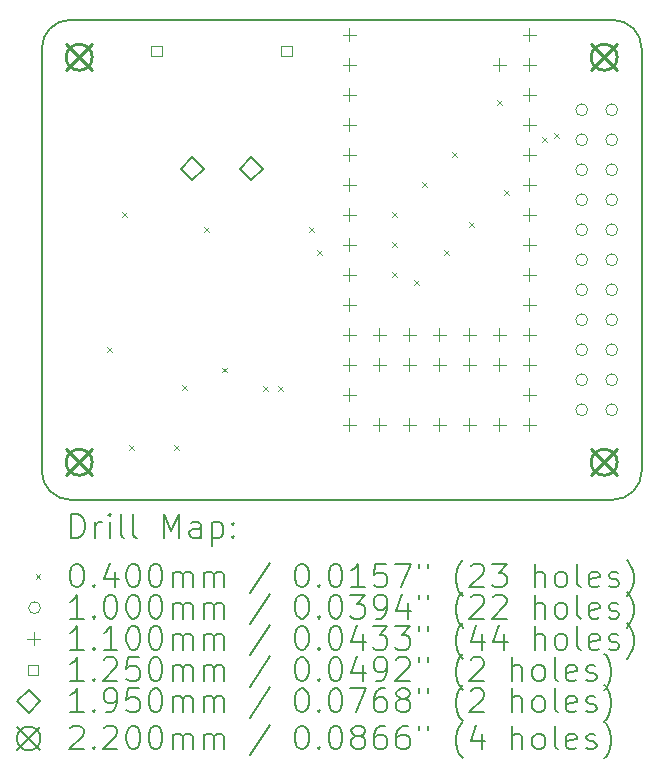
<source format=gbr>
%TF.GenerationSoftware,KiCad,Pcbnew,7.0.6-0*%
%TF.CreationDate,2024-01-30T23:57:17-05:00*%
%TF.ProjectId,Peripherals Board (new),50657269-7068-4657-9261-6c7320426f61,rev?*%
%TF.SameCoordinates,Original*%
%TF.FileFunction,Drillmap*%
%TF.FilePolarity,Positive*%
%FSLAX45Y45*%
G04 Gerber Fmt 4.5, Leading zero omitted, Abs format (unit mm)*
G04 Created by KiCad (PCBNEW 7.0.6-0) date 2024-01-30 23:57:17*
%MOMM*%
%LPD*%
G01*
G04 APERTURE LIST*
%ADD10C,0.200000*%
%ADD11C,0.040000*%
%ADD12C,0.100000*%
%ADD13C,0.110000*%
%ADD14C,0.125000*%
%ADD15C,0.195000*%
%ADD16C,0.220000*%
G04 APERTURE END LIST*
D10*
X17018000Y-8391000D02*
X17018000Y-4817000D01*
X22098000Y-4817000D02*
X22098000Y-8391000D01*
X17263000Y-4572000D02*
X21853000Y-4572000D01*
X17263000Y-4572000D02*
G75*
G03*
X17018000Y-4817000I0J-245000D01*
G01*
X22098000Y-4817000D02*
G75*
G03*
X21853000Y-4572000I-245000J0D01*
G01*
X17018000Y-8391000D02*
G75*
G03*
X17263000Y-8636000I245000J0D01*
G01*
X21853000Y-8636000D02*
G75*
G03*
X22098000Y-8391000I0J245000D01*
G01*
X21853000Y-8636000D02*
X17263000Y-8636000D01*
D11*
X17569500Y-7346000D02*
X17609500Y-7386000D01*
X17609500Y-7346000D02*
X17569500Y-7386000D01*
X17696500Y-6203000D02*
X17736500Y-6243000D01*
X17736500Y-6203000D02*
X17696500Y-6243000D01*
X17760000Y-8171500D02*
X17800000Y-8211500D01*
X17800000Y-8171500D02*
X17760000Y-8211500D01*
X18141000Y-8171500D02*
X18181000Y-8211500D01*
X18181000Y-8171500D02*
X18141000Y-8211500D01*
X18204500Y-7663500D02*
X18244500Y-7703500D01*
X18244500Y-7663500D02*
X18204500Y-7703500D01*
X18395000Y-6330000D02*
X18435000Y-6370000D01*
X18435000Y-6330000D02*
X18395000Y-6370000D01*
X18543067Y-7517384D02*
X18583067Y-7557384D01*
X18583067Y-7517384D02*
X18543067Y-7557384D01*
X18893500Y-7673000D02*
X18933500Y-7713000D01*
X18933500Y-7673000D02*
X18893500Y-7713000D01*
X19018500Y-7675000D02*
X19058500Y-7715000D01*
X19058500Y-7675000D02*
X19018500Y-7715000D01*
X19284000Y-6330000D02*
X19324000Y-6370000D01*
X19324000Y-6330000D02*
X19284000Y-6370000D01*
X19347500Y-6520500D02*
X19387500Y-6560500D01*
X19387500Y-6520500D02*
X19347500Y-6560500D01*
X19982500Y-6203000D02*
X20022500Y-6243000D01*
X20022500Y-6203000D02*
X19982500Y-6243000D01*
X19982500Y-6457000D02*
X20022500Y-6497000D01*
X20022500Y-6457000D02*
X19982500Y-6497000D01*
X19982500Y-6711000D02*
X20022500Y-6751000D01*
X20022500Y-6711000D02*
X19982500Y-6751000D01*
X20173000Y-6774500D02*
X20213000Y-6814500D01*
X20213000Y-6774500D02*
X20173000Y-6814500D01*
X20236500Y-5949000D02*
X20276500Y-5989000D01*
X20276500Y-5949000D02*
X20236500Y-5989000D01*
X20427000Y-6520500D02*
X20467000Y-6560500D01*
X20467000Y-6520500D02*
X20427000Y-6560500D01*
X20490500Y-5695000D02*
X20530500Y-5735000D01*
X20530500Y-5695000D02*
X20490500Y-5735000D01*
X20636980Y-6285980D02*
X20676980Y-6325980D01*
X20676980Y-6285980D02*
X20636980Y-6325980D01*
X20871500Y-5250500D02*
X20911500Y-5290500D01*
X20911500Y-5250500D02*
X20871500Y-5290500D01*
X20935000Y-6012500D02*
X20975000Y-6052500D01*
X20975000Y-6012500D02*
X20935000Y-6052500D01*
X21252500Y-5568000D02*
X21292500Y-5608000D01*
X21292500Y-5568000D02*
X21252500Y-5608000D01*
X21354717Y-5529283D02*
X21394717Y-5569283D01*
X21394717Y-5529283D02*
X21354717Y-5569283D01*
D12*
X21640000Y-5334000D02*
G75*
G03*
X21640000Y-5334000I-50000J0D01*
G01*
X21640000Y-5588000D02*
G75*
G03*
X21640000Y-5588000I-50000J0D01*
G01*
X21640000Y-5842000D02*
G75*
G03*
X21640000Y-5842000I-50000J0D01*
G01*
X21640000Y-6096000D02*
G75*
G03*
X21640000Y-6096000I-50000J0D01*
G01*
X21640000Y-6350000D02*
G75*
G03*
X21640000Y-6350000I-50000J0D01*
G01*
X21640000Y-6604000D02*
G75*
G03*
X21640000Y-6604000I-50000J0D01*
G01*
X21640000Y-6858000D02*
G75*
G03*
X21640000Y-6858000I-50000J0D01*
G01*
X21640000Y-7112000D02*
G75*
G03*
X21640000Y-7112000I-50000J0D01*
G01*
X21640000Y-7366000D02*
G75*
G03*
X21640000Y-7366000I-50000J0D01*
G01*
X21640000Y-7620000D02*
G75*
G03*
X21640000Y-7620000I-50000J0D01*
G01*
X21640000Y-7874000D02*
G75*
G03*
X21640000Y-7874000I-50000J0D01*
G01*
X21894000Y-5334000D02*
G75*
G03*
X21894000Y-5334000I-50000J0D01*
G01*
X21894000Y-5588000D02*
G75*
G03*
X21894000Y-5588000I-50000J0D01*
G01*
X21894000Y-5842000D02*
G75*
G03*
X21894000Y-5842000I-50000J0D01*
G01*
X21894000Y-6096000D02*
G75*
G03*
X21894000Y-6096000I-50000J0D01*
G01*
X21894000Y-6350000D02*
G75*
G03*
X21894000Y-6350000I-50000J0D01*
G01*
X21894000Y-6604000D02*
G75*
G03*
X21894000Y-6604000I-50000J0D01*
G01*
X21894000Y-6858000D02*
G75*
G03*
X21894000Y-6858000I-50000J0D01*
G01*
X21894000Y-7112000D02*
G75*
G03*
X21894000Y-7112000I-50000J0D01*
G01*
X21894000Y-7366000D02*
G75*
G03*
X21894000Y-7366000I-50000J0D01*
G01*
X21894000Y-7620000D02*
G75*
G03*
X21894000Y-7620000I-50000J0D01*
G01*
X21894000Y-7874000D02*
G75*
G03*
X21894000Y-7874000I-50000J0D01*
G01*
D13*
X19621500Y-4644000D02*
X19621500Y-4754000D01*
X19566500Y-4699000D02*
X19676500Y-4699000D01*
X19621500Y-4898000D02*
X19621500Y-5008000D01*
X19566500Y-4953000D02*
X19676500Y-4953000D01*
X19621500Y-5152000D02*
X19621500Y-5262000D01*
X19566500Y-5207000D02*
X19676500Y-5207000D01*
X19621500Y-5406000D02*
X19621500Y-5516000D01*
X19566500Y-5461000D02*
X19676500Y-5461000D01*
X19621500Y-5660000D02*
X19621500Y-5770000D01*
X19566500Y-5715000D02*
X19676500Y-5715000D01*
X19621500Y-5914000D02*
X19621500Y-6024000D01*
X19566500Y-5969000D02*
X19676500Y-5969000D01*
X19621500Y-6168000D02*
X19621500Y-6278000D01*
X19566500Y-6223000D02*
X19676500Y-6223000D01*
X19621500Y-6422000D02*
X19621500Y-6532000D01*
X19566500Y-6477000D02*
X19676500Y-6477000D01*
X19621500Y-6676000D02*
X19621500Y-6786000D01*
X19566500Y-6731000D02*
X19676500Y-6731000D01*
X19621500Y-6930000D02*
X19621500Y-7040000D01*
X19566500Y-6985000D02*
X19676500Y-6985000D01*
X19621500Y-7184000D02*
X19621500Y-7294000D01*
X19566500Y-7239000D02*
X19676500Y-7239000D01*
X19621500Y-7438000D02*
X19621500Y-7548000D01*
X19566500Y-7493000D02*
X19676500Y-7493000D01*
X19621500Y-7692000D02*
X19621500Y-7802000D01*
X19566500Y-7747000D02*
X19676500Y-7747000D01*
X19621500Y-7946000D02*
X19621500Y-8056000D01*
X19566500Y-8001000D02*
X19676500Y-8001000D01*
X19875500Y-7184000D02*
X19875500Y-7294000D01*
X19820500Y-7239000D02*
X19930500Y-7239000D01*
X19875500Y-7438000D02*
X19875500Y-7548000D01*
X19820500Y-7493000D02*
X19930500Y-7493000D01*
X19875500Y-7946000D02*
X19875500Y-8056000D01*
X19820500Y-8001000D02*
X19930500Y-8001000D01*
X20129500Y-7184000D02*
X20129500Y-7294000D01*
X20074500Y-7239000D02*
X20184500Y-7239000D01*
X20129500Y-7438000D02*
X20129500Y-7548000D01*
X20074500Y-7493000D02*
X20184500Y-7493000D01*
X20129500Y-7946000D02*
X20129500Y-8056000D01*
X20074500Y-8001000D02*
X20184500Y-8001000D01*
X20383500Y-7184000D02*
X20383500Y-7294000D01*
X20328500Y-7239000D02*
X20438500Y-7239000D01*
X20383500Y-7438000D02*
X20383500Y-7548000D01*
X20328500Y-7493000D02*
X20438500Y-7493000D01*
X20383500Y-7946000D02*
X20383500Y-8056000D01*
X20328500Y-8001000D02*
X20438500Y-8001000D01*
X20637500Y-7184000D02*
X20637500Y-7294000D01*
X20582500Y-7239000D02*
X20692500Y-7239000D01*
X20637500Y-7438000D02*
X20637500Y-7548000D01*
X20582500Y-7493000D02*
X20692500Y-7493000D01*
X20637500Y-7946000D02*
X20637500Y-8056000D01*
X20582500Y-8001000D02*
X20692500Y-8001000D01*
X20891500Y-4898000D02*
X20891500Y-5008000D01*
X20836500Y-4953000D02*
X20946500Y-4953000D01*
X20891500Y-7184000D02*
X20891500Y-7294000D01*
X20836500Y-7239000D02*
X20946500Y-7239000D01*
X20891500Y-7438000D02*
X20891500Y-7548000D01*
X20836500Y-7493000D02*
X20946500Y-7493000D01*
X20891500Y-7946000D02*
X20891500Y-8056000D01*
X20836500Y-8001000D02*
X20946500Y-8001000D01*
X21145500Y-4644000D02*
X21145500Y-4754000D01*
X21090500Y-4699000D02*
X21200500Y-4699000D01*
X21145500Y-4898000D02*
X21145500Y-5008000D01*
X21090500Y-4953000D02*
X21200500Y-4953000D01*
X21145500Y-5152000D02*
X21145500Y-5262000D01*
X21090500Y-5207000D02*
X21200500Y-5207000D01*
X21145500Y-5406000D02*
X21145500Y-5516000D01*
X21090500Y-5461000D02*
X21200500Y-5461000D01*
X21145500Y-5660000D02*
X21145500Y-5770000D01*
X21090500Y-5715000D02*
X21200500Y-5715000D01*
X21145500Y-5914000D02*
X21145500Y-6024000D01*
X21090500Y-5969000D02*
X21200500Y-5969000D01*
X21145500Y-6168000D02*
X21145500Y-6278000D01*
X21090500Y-6223000D02*
X21200500Y-6223000D01*
X21145500Y-6422000D02*
X21145500Y-6532000D01*
X21090500Y-6477000D02*
X21200500Y-6477000D01*
X21145500Y-6676000D02*
X21145500Y-6786000D01*
X21090500Y-6731000D02*
X21200500Y-6731000D01*
X21145500Y-6930000D02*
X21145500Y-7040000D01*
X21090500Y-6985000D02*
X21200500Y-6985000D01*
X21145500Y-7184000D02*
X21145500Y-7294000D01*
X21090500Y-7239000D02*
X21200500Y-7239000D01*
X21145500Y-7438000D02*
X21145500Y-7548000D01*
X21090500Y-7493000D02*
X21200500Y-7493000D01*
X21145500Y-7692000D02*
X21145500Y-7802000D01*
X21090500Y-7747000D02*
X21200500Y-7747000D01*
X21145500Y-7946000D02*
X21145500Y-8056000D01*
X21090500Y-8001000D02*
X21200500Y-8001000D01*
D14*
X18036195Y-4878195D02*
X18036195Y-4789805D01*
X17947805Y-4789805D01*
X17947805Y-4878195D01*
X18036195Y-4878195D01*
X19136195Y-4878195D02*
X19136195Y-4789805D01*
X19047805Y-4789805D01*
X19047805Y-4878195D01*
X19136195Y-4878195D01*
D15*
X18292000Y-5931500D02*
X18389500Y-5834000D01*
X18292000Y-5736500D01*
X18194500Y-5834000D01*
X18292000Y-5931500D01*
X18792000Y-5931500D02*
X18889500Y-5834000D01*
X18792000Y-5736500D01*
X18694500Y-5834000D01*
X18792000Y-5931500D01*
D16*
X17225500Y-4779500D02*
X17445500Y-4999500D01*
X17445500Y-4779500D02*
X17225500Y-4999500D01*
X17445500Y-4889500D02*
G75*
G03*
X17445500Y-4889500I-110000J0D01*
G01*
X17225500Y-8208500D02*
X17445500Y-8428500D01*
X17445500Y-8208500D02*
X17225500Y-8428500D01*
X17445500Y-8318500D02*
G75*
G03*
X17445500Y-8318500I-110000J0D01*
G01*
X21670500Y-4779500D02*
X21890500Y-4999500D01*
X21890500Y-4779500D02*
X21670500Y-4999500D01*
X21890500Y-4889500D02*
G75*
G03*
X21890500Y-4889500I-110000J0D01*
G01*
X21670500Y-8208500D02*
X21890500Y-8428500D01*
X21890500Y-8208500D02*
X21670500Y-8428500D01*
X21890500Y-8318500D02*
G75*
G03*
X21890500Y-8318500I-110000J0D01*
G01*
D10*
X17268777Y-8957484D02*
X17268777Y-8757484D01*
X17268777Y-8757484D02*
X17316396Y-8757484D01*
X17316396Y-8757484D02*
X17344967Y-8767008D01*
X17344967Y-8767008D02*
X17364015Y-8786055D01*
X17364015Y-8786055D02*
X17373539Y-8805103D01*
X17373539Y-8805103D02*
X17383063Y-8843198D01*
X17383063Y-8843198D02*
X17383063Y-8871770D01*
X17383063Y-8871770D02*
X17373539Y-8909865D01*
X17373539Y-8909865D02*
X17364015Y-8928912D01*
X17364015Y-8928912D02*
X17344967Y-8947960D01*
X17344967Y-8947960D02*
X17316396Y-8957484D01*
X17316396Y-8957484D02*
X17268777Y-8957484D01*
X17468777Y-8957484D02*
X17468777Y-8824150D01*
X17468777Y-8862246D02*
X17478301Y-8843198D01*
X17478301Y-8843198D02*
X17487824Y-8833674D01*
X17487824Y-8833674D02*
X17506872Y-8824150D01*
X17506872Y-8824150D02*
X17525920Y-8824150D01*
X17592586Y-8957484D02*
X17592586Y-8824150D01*
X17592586Y-8757484D02*
X17583063Y-8767008D01*
X17583063Y-8767008D02*
X17592586Y-8776531D01*
X17592586Y-8776531D02*
X17602110Y-8767008D01*
X17602110Y-8767008D02*
X17592586Y-8757484D01*
X17592586Y-8757484D02*
X17592586Y-8776531D01*
X17716396Y-8957484D02*
X17697348Y-8947960D01*
X17697348Y-8947960D02*
X17687824Y-8928912D01*
X17687824Y-8928912D02*
X17687824Y-8757484D01*
X17821158Y-8957484D02*
X17802110Y-8947960D01*
X17802110Y-8947960D02*
X17792586Y-8928912D01*
X17792586Y-8928912D02*
X17792586Y-8757484D01*
X18049729Y-8957484D02*
X18049729Y-8757484D01*
X18049729Y-8757484D02*
X18116396Y-8900341D01*
X18116396Y-8900341D02*
X18183063Y-8757484D01*
X18183063Y-8757484D02*
X18183063Y-8957484D01*
X18364015Y-8957484D02*
X18364015Y-8852722D01*
X18364015Y-8852722D02*
X18354491Y-8833674D01*
X18354491Y-8833674D02*
X18335444Y-8824150D01*
X18335444Y-8824150D02*
X18297348Y-8824150D01*
X18297348Y-8824150D02*
X18278301Y-8833674D01*
X18364015Y-8947960D02*
X18344967Y-8957484D01*
X18344967Y-8957484D02*
X18297348Y-8957484D01*
X18297348Y-8957484D02*
X18278301Y-8947960D01*
X18278301Y-8947960D02*
X18268777Y-8928912D01*
X18268777Y-8928912D02*
X18268777Y-8909865D01*
X18268777Y-8909865D02*
X18278301Y-8890817D01*
X18278301Y-8890817D02*
X18297348Y-8881293D01*
X18297348Y-8881293D02*
X18344967Y-8881293D01*
X18344967Y-8881293D02*
X18364015Y-8871770D01*
X18459253Y-8824150D02*
X18459253Y-9024150D01*
X18459253Y-8833674D02*
X18478301Y-8824150D01*
X18478301Y-8824150D02*
X18516396Y-8824150D01*
X18516396Y-8824150D02*
X18535444Y-8833674D01*
X18535444Y-8833674D02*
X18544967Y-8843198D01*
X18544967Y-8843198D02*
X18554491Y-8862246D01*
X18554491Y-8862246D02*
X18554491Y-8919389D01*
X18554491Y-8919389D02*
X18544967Y-8938436D01*
X18544967Y-8938436D02*
X18535444Y-8947960D01*
X18535444Y-8947960D02*
X18516396Y-8957484D01*
X18516396Y-8957484D02*
X18478301Y-8957484D01*
X18478301Y-8957484D02*
X18459253Y-8947960D01*
X18640205Y-8938436D02*
X18649729Y-8947960D01*
X18649729Y-8947960D02*
X18640205Y-8957484D01*
X18640205Y-8957484D02*
X18630682Y-8947960D01*
X18630682Y-8947960D02*
X18640205Y-8938436D01*
X18640205Y-8938436D02*
X18640205Y-8957484D01*
X18640205Y-8833674D02*
X18649729Y-8843198D01*
X18649729Y-8843198D02*
X18640205Y-8852722D01*
X18640205Y-8852722D02*
X18630682Y-8843198D01*
X18630682Y-8843198D02*
X18640205Y-8833674D01*
X18640205Y-8833674D02*
X18640205Y-8852722D01*
D11*
X16968000Y-9266000D02*
X17008000Y-9306000D01*
X17008000Y-9266000D02*
X16968000Y-9306000D01*
D10*
X17306872Y-9177484D02*
X17325920Y-9177484D01*
X17325920Y-9177484D02*
X17344967Y-9187008D01*
X17344967Y-9187008D02*
X17354491Y-9196531D01*
X17354491Y-9196531D02*
X17364015Y-9215579D01*
X17364015Y-9215579D02*
X17373539Y-9253674D01*
X17373539Y-9253674D02*
X17373539Y-9301293D01*
X17373539Y-9301293D02*
X17364015Y-9339389D01*
X17364015Y-9339389D02*
X17354491Y-9358436D01*
X17354491Y-9358436D02*
X17344967Y-9367960D01*
X17344967Y-9367960D02*
X17325920Y-9377484D01*
X17325920Y-9377484D02*
X17306872Y-9377484D01*
X17306872Y-9377484D02*
X17287824Y-9367960D01*
X17287824Y-9367960D02*
X17278301Y-9358436D01*
X17278301Y-9358436D02*
X17268777Y-9339389D01*
X17268777Y-9339389D02*
X17259253Y-9301293D01*
X17259253Y-9301293D02*
X17259253Y-9253674D01*
X17259253Y-9253674D02*
X17268777Y-9215579D01*
X17268777Y-9215579D02*
X17278301Y-9196531D01*
X17278301Y-9196531D02*
X17287824Y-9187008D01*
X17287824Y-9187008D02*
X17306872Y-9177484D01*
X17459253Y-9358436D02*
X17468777Y-9367960D01*
X17468777Y-9367960D02*
X17459253Y-9377484D01*
X17459253Y-9377484D02*
X17449729Y-9367960D01*
X17449729Y-9367960D02*
X17459253Y-9358436D01*
X17459253Y-9358436D02*
X17459253Y-9377484D01*
X17640205Y-9244150D02*
X17640205Y-9377484D01*
X17592586Y-9167960D02*
X17544967Y-9310817D01*
X17544967Y-9310817D02*
X17668777Y-9310817D01*
X17783063Y-9177484D02*
X17802110Y-9177484D01*
X17802110Y-9177484D02*
X17821158Y-9187008D01*
X17821158Y-9187008D02*
X17830682Y-9196531D01*
X17830682Y-9196531D02*
X17840205Y-9215579D01*
X17840205Y-9215579D02*
X17849729Y-9253674D01*
X17849729Y-9253674D02*
X17849729Y-9301293D01*
X17849729Y-9301293D02*
X17840205Y-9339389D01*
X17840205Y-9339389D02*
X17830682Y-9358436D01*
X17830682Y-9358436D02*
X17821158Y-9367960D01*
X17821158Y-9367960D02*
X17802110Y-9377484D01*
X17802110Y-9377484D02*
X17783063Y-9377484D01*
X17783063Y-9377484D02*
X17764015Y-9367960D01*
X17764015Y-9367960D02*
X17754491Y-9358436D01*
X17754491Y-9358436D02*
X17744967Y-9339389D01*
X17744967Y-9339389D02*
X17735444Y-9301293D01*
X17735444Y-9301293D02*
X17735444Y-9253674D01*
X17735444Y-9253674D02*
X17744967Y-9215579D01*
X17744967Y-9215579D02*
X17754491Y-9196531D01*
X17754491Y-9196531D02*
X17764015Y-9187008D01*
X17764015Y-9187008D02*
X17783063Y-9177484D01*
X17973539Y-9177484D02*
X17992586Y-9177484D01*
X17992586Y-9177484D02*
X18011634Y-9187008D01*
X18011634Y-9187008D02*
X18021158Y-9196531D01*
X18021158Y-9196531D02*
X18030682Y-9215579D01*
X18030682Y-9215579D02*
X18040205Y-9253674D01*
X18040205Y-9253674D02*
X18040205Y-9301293D01*
X18040205Y-9301293D02*
X18030682Y-9339389D01*
X18030682Y-9339389D02*
X18021158Y-9358436D01*
X18021158Y-9358436D02*
X18011634Y-9367960D01*
X18011634Y-9367960D02*
X17992586Y-9377484D01*
X17992586Y-9377484D02*
X17973539Y-9377484D01*
X17973539Y-9377484D02*
X17954491Y-9367960D01*
X17954491Y-9367960D02*
X17944967Y-9358436D01*
X17944967Y-9358436D02*
X17935444Y-9339389D01*
X17935444Y-9339389D02*
X17925920Y-9301293D01*
X17925920Y-9301293D02*
X17925920Y-9253674D01*
X17925920Y-9253674D02*
X17935444Y-9215579D01*
X17935444Y-9215579D02*
X17944967Y-9196531D01*
X17944967Y-9196531D02*
X17954491Y-9187008D01*
X17954491Y-9187008D02*
X17973539Y-9177484D01*
X18125920Y-9377484D02*
X18125920Y-9244150D01*
X18125920Y-9263198D02*
X18135444Y-9253674D01*
X18135444Y-9253674D02*
X18154491Y-9244150D01*
X18154491Y-9244150D02*
X18183063Y-9244150D01*
X18183063Y-9244150D02*
X18202110Y-9253674D01*
X18202110Y-9253674D02*
X18211634Y-9272722D01*
X18211634Y-9272722D02*
X18211634Y-9377484D01*
X18211634Y-9272722D02*
X18221158Y-9253674D01*
X18221158Y-9253674D02*
X18240205Y-9244150D01*
X18240205Y-9244150D02*
X18268777Y-9244150D01*
X18268777Y-9244150D02*
X18287825Y-9253674D01*
X18287825Y-9253674D02*
X18297348Y-9272722D01*
X18297348Y-9272722D02*
X18297348Y-9377484D01*
X18392586Y-9377484D02*
X18392586Y-9244150D01*
X18392586Y-9263198D02*
X18402110Y-9253674D01*
X18402110Y-9253674D02*
X18421158Y-9244150D01*
X18421158Y-9244150D02*
X18449729Y-9244150D01*
X18449729Y-9244150D02*
X18468777Y-9253674D01*
X18468777Y-9253674D02*
X18478301Y-9272722D01*
X18478301Y-9272722D02*
X18478301Y-9377484D01*
X18478301Y-9272722D02*
X18487825Y-9253674D01*
X18487825Y-9253674D02*
X18506872Y-9244150D01*
X18506872Y-9244150D02*
X18535444Y-9244150D01*
X18535444Y-9244150D02*
X18554491Y-9253674D01*
X18554491Y-9253674D02*
X18564015Y-9272722D01*
X18564015Y-9272722D02*
X18564015Y-9377484D01*
X18954491Y-9167960D02*
X18783063Y-9425103D01*
X19211634Y-9177484D02*
X19230682Y-9177484D01*
X19230682Y-9177484D02*
X19249729Y-9187008D01*
X19249729Y-9187008D02*
X19259253Y-9196531D01*
X19259253Y-9196531D02*
X19268777Y-9215579D01*
X19268777Y-9215579D02*
X19278301Y-9253674D01*
X19278301Y-9253674D02*
X19278301Y-9301293D01*
X19278301Y-9301293D02*
X19268777Y-9339389D01*
X19268777Y-9339389D02*
X19259253Y-9358436D01*
X19259253Y-9358436D02*
X19249729Y-9367960D01*
X19249729Y-9367960D02*
X19230682Y-9377484D01*
X19230682Y-9377484D02*
X19211634Y-9377484D01*
X19211634Y-9377484D02*
X19192587Y-9367960D01*
X19192587Y-9367960D02*
X19183063Y-9358436D01*
X19183063Y-9358436D02*
X19173539Y-9339389D01*
X19173539Y-9339389D02*
X19164015Y-9301293D01*
X19164015Y-9301293D02*
X19164015Y-9253674D01*
X19164015Y-9253674D02*
X19173539Y-9215579D01*
X19173539Y-9215579D02*
X19183063Y-9196531D01*
X19183063Y-9196531D02*
X19192587Y-9187008D01*
X19192587Y-9187008D02*
X19211634Y-9177484D01*
X19364015Y-9358436D02*
X19373539Y-9367960D01*
X19373539Y-9367960D02*
X19364015Y-9377484D01*
X19364015Y-9377484D02*
X19354491Y-9367960D01*
X19354491Y-9367960D02*
X19364015Y-9358436D01*
X19364015Y-9358436D02*
X19364015Y-9377484D01*
X19497348Y-9177484D02*
X19516396Y-9177484D01*
X19516396Y-9177484D02*
X19535444Y-9187008D01*
X19535444Y-9187008D02*
X19544968Y-9196531D01*
X19544968Y-9196531D02*
X19554491Y-9215579D01*
X19554491Y-9215579D02*
X19564015Y-9253674D01*
X19564015Y-9253674D02*
X19564015Y-9301293D01*
X19564015Y-9301293D02*
X19554491Y-9339389D01*
X19554491Y-9339389D02*
X19544968Y-9358436D01*
X19544968Y-9358436D02*
X19535444Y-9367960D01*
X19535444Y-9367960D02*
X19516396Y-9377484D01*
X19516396Y-9377484D02*
X19497348Y-9377484D01*
X19497348Y-9377484D02*
X19478301Y-9367960D01*
X19478301Y-9367960D02*
X19468777Y-9358436D01*
X19468777Y-9358436D02*
X19459253Y-9339389D01*
X19459253Y-9339389D02*
X19449729Y-9301293D01*
X19449729Y-9301293D02*
X19449729Y-9253674D01*
X19449729Y-9253674D02*
X19459253Y-9215579D01*
X19459253Y-9215579D02*
X19468777Y-9196531D01*
X19468777Y-9196531D02*
X19478301Y-9187008D01*
X19478301Y-9187008D02*
X19497348Y-9177484D01*
X19754491Y-9377484D02*
X19640206Y-9377484D01*
X19697348Y-9377484D02*
X19697348Y-9177484D01*
X19697348Y-9177484D02*
X19678301Y-9206055D01*
X19678301Y-9206055D02*
X19659253Y-9225103D01*
X19659253Y-9225103D02*
X19640206Y-9234627D01*
X19935444Y-9177484D02*
X19840206Y-9177484D01*
X19840206Y-9177484D02*
X19830682Y-9272722D01*
X19830682Y-9272722D02*
X19840206Y-9263198D01*
X19840206Y-9263198D02*
X19859253Y-9253674D01*
X19859253Y-9253674D02*
X19906872Y-9253674D01*
X19906872Y-9253674D02*
X19925920Y-9263198D01*
X19925920Y-9263198D02*
X19935444Y-9272722D01*
X19935444Y-9272722D02*
X19944968Y-9291770D01*
X19944968Y-9291770D02*
X19944968Y-9339389D01*
X19944968Y-9339389D02*
X19935444Y-9358436D01*
X19935444Y-9358436D02*
X19925920Y-9367960D01*
X19925920Y-9367960D02*
X19906872Y-9377484D01*
X19906872Y-9377484D02*
X19859253Y-9377484D01*
X19859253Y-9377484D02*
X19840206Y-9367960D01*
X19840206Y-9367960D02*
X19830682Y-9358436D01*
X20011634Y-9177484D02*
X20144968Y-9177484D01*
X20144968Y-9177484D02*
X20059253Y-9377484D01*
X20211634Y-9177484D02*
X20211634Y-9215579D01*
X20287825Y-9177484D02*
X20287825Y-9215579D01*
X20583063Y-9453674D02*
X20573539Y-9444150D01*
X20573539Y-9444150D02*
X20554491Y-9415579D01*
X20554491Y-9415579D02*
X20544968Y-9396531D01*
X20544968Y-9396531D02*
X20535444Y-9367960D01*
X20535444Y-9367960D02*
X20525920Y-9320341D01*
X20525920Y-9320341D02*
X20525920Y-9282246D01*
X20525920Y-9282246D02*
X20535444Y-9234627D01*
X20535444Y-9234627D02*
X20544968Y-9206055D01*
X20544968Y-9206055D02*
X20554491Y-9187008D01*
X20554491Y-9187008D02*
X20573539Y-9158436D01*
X20573539Y-9158436D02*
X20583063Y-9148912D01*
X20649730Y-9196531D02*
X20659253Y-9187008D01*
X20659253Y-9187008D02*
X20678301Y-9177484D01*
X20678301Y-9177484D02*
X20725920Y-9177484D01*
X20725920Y-9177484D02*
X20744968Y-9187008D01*
X20744968Y-9187008D02*
X20754491Y-9196531D01*
X20754491Y-9196531D02*
X20764015Y-9215579D01*
X20764015Y-9215579D02*
X20764015Y-9234627D01*
X20764015Y-9234627D02*
X20754491Y-9263198D01*
X20754491Y-9263198D02*
X20640206Y-9377484D01*
X20640206Y-9377484D02*
X20764015Y-9377484D01*
X20830682Y-9177484D02*
X20954491Y-9177484D01*
X20954491Y-9177484D02*
X20887825Y-9253674D01*
X20887825Y-9253674D02*
X20916396Y-9253674D01*
X20916396Y-9253674D02*
X20935444Y-9263198D01*
X20935444Y-9263198D02*
X20944968Y-9272722D01*
X20944968Y-9272722D02*
X20954491Y-9291770D01*
X20954491Y-9291770D02*
X20954491Y-9339389D01*
X20954491Y-9339389D02*
X20944968Y-9358436D01*
X20944968Y-9358436D02*
X20935444Y-9367960D01*
X20935444Y-9367960D02*
X20916396Y-9377484D01*
X20916396Y-9377484D02*
X20859253Y-9377484D01*
X20859253Y-9377484D02*
X20840206Y-9367960D01*
X20840206Y-9367960D02*
X20830682Y-9358436D01*
X21192587Y-9377484D02*
X21192587Y-9177484D01*
X21278301Y-9377484D02*
X21278301Y-9272722D01*
X21278301Y-9272722D02*
X21268777Y-9253674D01*
X21268777Y-9253674D02*
X21249730Y-9244150D01*
X21249730Y-9244150D02*
X21221158Y-9244150D01*
X21221158Y-9244150D02*
X21202111Y-9253674D01*
X21202111Y-9253674D02*
X21192587Y-9263198D01*
X21402111Y-9377484D02*
X21383063Y-9367960D01*
X21383063Y-9367960D02*
X21373539Y-9358436D01*
X21373539Y-9358436D02*
X21364015Y-9339389D01*
X21364015Y-9339389D02*
X21364015Y-9282246D01*
X21364015Y-9282246D02*
X21373539Y-9263198D01*
X21373539Y-9263198D02*
X21383063Y-9253674D01*
X21383063Y-9253674D02*
X21402111Y-9244150D01*
X21402111Y-9244150D02*
X21430682Y-9244150D01*
X21430682Y-9244150D02*
X21449730Y-9253674D01*
X21449730Y-9253674D02*
X21459253Y-9263198D01*
X21459253Y-9263198D02*
X21468777Y-9282246D01*
X21468777Y-9282246D02*
X21468777Y-9339389D01*
X21468777Y-9339389D02*
X21459253Y-9358436D01*
X21459253Y-9358436D02*
X21449730Y-9367960D01*
X21449730Y-9367960D02*
X21430682Y-9377484D01*
X21430682Y-9377484D02*
X21402111Y-9377484D01*
X21583063Y-9377484D02*
X21564015Y-9367960D01*
X21564015Y-9367960D02*
X21554492Y-9348912D01*
X21554492Y-9348912D02*
X21554492Y-9177484D01*
X21735444Y-9367960D02*
X21716396Y-9377484D01*
X21716396Y-9377484D02*
X21678301Y-9377484D01*
X21678301Y-9377484D02*
X21659253Y-9367960D01*
X21659253Y-9367960D02*
X21649730Y-9348912D01*
X21649730Y-9348912D02*
X21649730Y-9272722D01*
X21649730Y-9272722D02*
X21659253Y-9253674D01*
X21659253Y-9253674D02*
X21678301Y-9244150D01*
X21678301Y-9244150D02*
X21716396Y-9244150D01*
X21716396Y-9244150D02*
X21735444Y-9253674D01*
X21735444Y-9253674D02*
X21744968Y-9272722D01*
X21744968Y-9272722D02*
X21744968Y-9291770D01*
X21744968Y-9291770D02*
X21649730Y-9310817D01*
X21821158Y-9367960D02*
X21840206Y-9377484D01*
X21840206Y-9377484D02*
X21878301Y-9377484D01*
X21878301Y-9377484D02*
X21897349Y-9367960D01*
X21897349Y-9367960D02*
X21906873Y-9348912D01*
X21906873Y-9348912D02*
X21906873Y-9339389D01*
X21906873Y-9339389D02*
X21897349Y-9320341D01*
X21897349Y-9320341D02*
X21878301Y-9310817D01*
X21878301Y-9310817D02*
X21849730Y-9310817D01*
X21849730Y-9310817D02*
X21830682Y-9301293D01*
X21830682Y-9301293D02*
X21821158Y-9282246D01*
X21821158Y-9282246D02*
X21821158Y-9272722D01*
X21821158Y-9272722D02*
X21830682Y-9253674D01*
X21830682Y-9253674D02*
X21849730Y-9244150D01*
X21849730Y-9244150D02*
X21878301Y-9244150D01*
X21878301Y-9244150D02*
X21897349Y-9253674D01*
X21973539Y-9453674D02*
X21983063Y-9444150D01*
X21983063Y-9444150D02*
X22002111Y-9415579D01*
X22002111Y-9415579D02*
X22011634Y-9396531D01*
X22011634Y-9396531D02*
X22021158Y-9367960D01*
X22021158Y-9367960D02*
X22030682Y-9320341D01*
X22030682Y-9320341D02*
X22030682Y-9282246D01*
X22030682Y-9282246D02*
X22021158Y-9234627D01*
X22021158Y-9234627D02*
X22011634Y-9206055D01*
X22011634Y-9206055D02*
X22002111Y-9187008D01*
X22002111Y-9187008D02*
X21983063Y-9158436D01*
X21983063Y-9158436D02*
X21973539Y-9148912D01*
D12*
X17008000Y-9550000D02*
G75*
G03*
X17008000Y-9550000I-50000J0D01*
G01*
D10*
X17373539Y-9641484D02*
X17259253Y-9641484D01*
X17316396Y-9641484D02*
X17316396Y-9441484D01*
X17316396Y-9441484D02*
X17297348Y-9470055D01*
X17297348Y-9470055D02*
X17278301Y-9489103D01*
X17278301Y-9489103D02*
X17259253Y-9498627D01*
X17459253Y-9622436D02*
X17468777Y-9631960D01*
X17468777Y-9631960D02*
X17459253Y-9641484D01*
X17459253Y-9641484D02*
X17449729Y-9631960D01*
X17449729Y-9631960D02*
X17459253Y-9622436D01*
X17459253Y-9622436D02*
X17459253Y-9641484D01*
X17592586Y-9441484D02*
X17611634Y-9441484D01*
X17611634Y-9441484D02*
X17630682Y-9451008D01*
X17630682Y-9451008D02*
X17640205Y-9460531D01*
X17640205Y-9460531D02*
X17649729Y-9479579D01*
X17649729Y-9479579D02*
X17659253Y-9517674D01*
X17659253Y-9517674D02*
X17659253Y-9565293D01*
X17659253Y-9565293D02*
X17649729Y-9603389D01*
X17649729Y-9603389D02*
X17640205Y-9622436D01*
X17640205Y-9622436D02*
X17630682Y-9631960D01*
X17630682Y-9631960D02*
X17611634Y-9641484D01*
X17611634Y-9641484D02*
X17592586Y-9641484D01*
X17592586Y-9641484D02*
X17573539Y-9631960D01*
X17573539Y-9631960D02*
X17564015Y-9622436D01*
X17564015Y-9622436D02*
X17554491Y-9603389D01*
X17554491Y-9603389D02*
X17544967Y-9565293D01*
X17544967Y-9565293D02*
X17544967Y-9517674D01*
X17544967Y-9517674D02*
X17554491Y-9479579D01*
X17554491Y-9479579D02*
X17564015Y-9460531D01*
X17564015Y-9460531D02*
X17573539Y-9451008D01*
X17573539Y-9451008D02*
X17592586Y-9441484D01*
X17783063Y-9441484D02*
X17802110Y-9441484D01*
X17802110Y-9441484D02*
X17821158Y-9451008D01*
X17821158Y-9451008D02*
X17830682Y-9460531D01*
X17830682Y-9460531D02*
X17840205Y-9479579D01*
X17840205Y-9479579D02*
X17849729Y-9517674D01*
X17849729Y-9517674D02*
X17849729Y-9565293D01*
X17849729Y-9565293D02*
X17840205Y-9603389D01*
X17840205Y-9603389D02*
X17830682Y-9622436D01*
X17830682Y-9622436D02*
X17821158Y-9631960D01*
X17821158Y-9631960D02*
X17802110Y-9641484D01*
X17802110Y-9641484D02*
X17783063Y-9641484D01*
X17783063Y-9641484D02*
X17764015Y-9631960D01*
X17764015Y-9631960D02*
X17754491Y-9622436D01*
X17754491Y-9622436D02*
X17744967Y-9603389D01*
X17744967Y-9603389D02*
X17735444Y-9565293D01*
X17735444Y-9565293D02*
X17735444Y-9517674D01*
X17735444Y-9517674D02*
X17744967Y-9479579D01*
X17744967Y-9479579D02*
X17754491Y-9460531D01*
X17754491Y-9460531D02*
X17764015Y-9451008D01*
X17764015Y-9451008D02*
X17783063Y-9441484D01*
X17973539Y-9441484D02*
X17992586Y-9441484D01*
X17992586Y-9441484D02*
X18011634Y-9451008D01*
X18011634Y-9451008D02*
X18021158Y-9460531D01*
X18021158Y-9460531D02*
X18030682Y-9479579D01*
X18030682Y-9479579D02*
X18040205Y-9517674D01*
X18040205Y-9517674D02*
X18040205Y-9565293D01*
X18040205Y-9565293D02*
X18030682Y-9603389D01*
X18030682Y-9603389D02*
X18021158Y-9622436D01*
X18021158Y-9622436D02*
X18011634Y-9631960D01*
X18011634Y-9631960D02*
X17992586Y-9641484D01*
X17992586Y-9641484D02*
X17973539Y-9641484D01*
X17973539Y-9641484D02*
X17954491Y-9631960D01*
X17954491Y-9631960D02*
X17944967Y-9622436D01*
X17944967Y-9622436D02*
X17935444Y-9603389D01*
X17935444Y-9603389D02*
X17925920Y-9565293D01*
X17925920Y-9565293D02*
X17925920Y-9517674D01*
X17925920Y-9517674D02*
X17935444Y-9479579D01*
X17935444Y-9479579D02*
X17944967Y-9460531D01*
X17944967Y-9460531D02*
X17954491Y-9451008D01*
X17954491Y-9451008D02*
X17973539Y-9441484D01*
X18125920Y-9641484D02*
X18125920Y-9508150D01*
X18125920Y-9527198D02*
X18135444Y-9517674D01*
X18135444Y-9517674D02*
X18154491Y-9508150D01*
X18154491Y-9508150D02*
X18183063Y-9508150D01*
X18183063Y-9508150D02*
X18202110Y-9517674D01*
X18202110Y-9517674D02*
X18211634Y-9536722D01*
X18211634Y-9536722D02*
X18211634Y-9641484D01*
X18211634Y-9536722D02*
X18221158Y-9517674D01*
X18221158Y-9517674D02*
X18240205Y-9508150D01*
X18240205Y-9508150D02*
X18268777Y-9508150D01*
X18268777Y-9508150D02*
X18287825Y-9517674D01*
X18287825Y-9517674D02*
X18297348Y-9536722D01*
X18297348Y-9536722D02*
X18297348Y-9641484D01*
X18392586Y-9641484D02*
X18392586Y-9508150D01*
X18392586Y-9527198D02*
X18402110Y-9517674D01*
X18402110Y-9517674D02*
X18421158Y-9508150D01*
X18421158Y-9508150D02*
X18449729Y-9508150D01*
X18449729Y-9508150D02*
X18468777Y-9517674D01*
X18468777Y-9517674D02*
X18478301Y-9536722D01*
X18478301Y-9536722D02*
X18478301Y-9641484D01*
X18478301Y-9536722D02*
X18487825Y-9517674D01*
X18487825Y-9517674D02*
X18506872Y-9508150D01*
X18506872Y-9508150D02*
X18535444Y-9508150D01*
X18535444Y-9508150D02*
X18554491Y-9517674D01*
X18554491Y-9517674D02*
X18564015Y-9536722D01*
X18564015Y-9536722D02*
X18564015Y-9641484D01*
X18954491Y-9431960D02*
X18783063Y-9689103D01*
X19211634Y-9441484D02*
X19230682Y-9441484D01*
X19230682Y-9441484D02*
X19249729Y-9451008D01*
X19249729Y-9451008D02*
X19259253Y-9460531D01*
X19259253Y-9460531D02*
X19268777Y-9479579D01*
X19268777Y-9479579D02*
X19278301Y-9517674D01*
X19278301Y-9517674D02*
X19278301Y-9565293D01*
X19278301Y-9565293D02*
X19268777Y-9603389D01*
X19268777Y-9603389D02*
X19259253Y-9622436D01*
X19259253Y-9622436D02*
X19249729Y-9631960D01*
X19249729Y-9631960D02*
X19230682Y-9641484D01*
X19230682Y-9641484D02*
X19211634Y-9641484D01*
X19211634Y-9641484D02*
X19192587Y-9631960D01*
X19192587Y-9631960D02*
X19183063Y-9622436D01*
X19183063Y-9622436D02*
X19173539Y-9603389D01*
X19173539Y-9603389D02*
X19164015Y-9565293D01*
X19164015Y-9565293D02*
X19164015Y-9517674D01*
X19164015Y-9517674D02*
X19173539Y-9479579D01*
X19173539Y-9479579D02*
X19183063Y-9460531D01*
X19183063Y-9460531D02*
X19192587Y-9451008D01*
X19192587Y-9451008D02*
X19211634Y-9441484D01*
X19364015Y-9622436D02*
X19373539Y-9631960D01*
X19373539Y-9631960D02*
X19364015Y-9641484D01*
X19364015Y-9641484D02*
X19354491Y-9631960D01*
X19354491Y-9631960D02*
X19364015Y-9622436D01*
X19364015Y-9622436D02*
X19364015Y-9641484D01*
X19497348Y-9441484D02*
X19516396Y-9441484D01*
X19516396Y-9441484D02*
X19535444Y-9451008D01*
X19535444Y-9451008D02*
X19544968Y-9460531D01*
X19544968Y-9460531D02*
X19554491Y-9479579D01*
X19554491Y-9479579D02*
X19564015Y-9517674D01*
X19564015Y-9517674D02*
X19564015Y-9565293D01*
X19564015Y-9565293D02*
X19554491Y-9603389D01*
X19554491Y-9603389D02*
X19544968Y-9622436D01*
X19544968Y-9622436D02*
X19535444Y-9631960D01*
X19535444Y-9631960D02*
X19516396Y-9641484D01*
X19516396Y-9641484D02*
X19497348Y-9641484D01*
X19497348Y-9641484D02*
X19478301Y-9631960D01*
X19478301Y-9631960D02*
X19468777Y-9622436D01*
X19468777Y-9622436D02*
X19459253Y-9603389D01*
X19459253Y-9603389D02*
X19449729Y-9565293D01*
X19449729Y-9565293D02*
X19449729Y-9517674D01*
X19449729Y-9517674D02*
X19459253Y-9479579D01*
X19459253Y-9479579D02*
X19468777Y-9460531D01*
X19468777Y-9460531D02*
X19478301Y-9451008D01*
X19478301Y-9451008D02*
X19497348Y-9441484D01*
X19630682Y-9441484D02*
X19754491Y-9441484D01*
X19754491Y-9441484D02*
X19687825Y-9517674D01*
X19687825Y-9517674D02*
X19716396Y-9517674D01*
X19716396Y-9517674D02*
X19735444Y-9527198D01*
X19735444Y-9527198D02*
X19744968Y-9536722D01*
X19744968Y-9536722D02*
X19754491Y-9555770D01*
X19754491Y-9555770D02*
X19754491Y-9603389D01*
X19754491Y-9603389D02*
X19744968Y-9622436D01*
X19744968Y-9622436D02*
X19735444Y-9631960D01*
X19735444Y-9631960D02*
X19716396Y-9641484D01*
X19716396Y-9641484D02*
X19659253Y-9641484D01*
X19659253Y-9641484D02*
X19640206Y-9631960D01*
X19640206Y-9631960D02*
X19630682Y-9622436D01*
X19849729Y-9641484D02*
X19887825Y-9641484D01*
X19887825Y-9641484D02*
X19906872Y-9631960D01*
X19906872Y-9631960D02*
X19916396Y-9622436D01*
X19916396Y-9622436D02*
X19935444Y-9593865D01*
X19935444Y-9593865D02*
X19944968Y-9555770D01*
X19944968Y-9555770D02*
X19944968Y-9479579D01*
X19944968Y-9479579D02*
X19935444Y-9460531D01*
X19935444Y-9460531D02*
X19925920Y-9451008D01*
X19925920Y-9451008D02*
X19906872Y-9441484D01*
X19906872Y-9441484D02*
X19868777Y-9441484D01*
X19868777Y-9441484D02*
X19849729Y-9451008D01*
X19849729Y-9451008D02*
X19840206Y-9460531D01*
X19840206Y-9460531D02*
X19830682Y-9479579D01*
X19830682Y-9479579D02*
X19830682Y-9527198D01*
X19830682Y-9527198D02*
X19840206Y-9546246D01*
X19840206Y-9546246D02*
X19849729Y-9555770D01*
X19849729Y-9555770D02*
X19868777Y-9565293D01*
X19868777Y-9565293D02*
X19906872Y-9565293D01*
X19906872Y-9565293D02*
X19925920Y-9555770D01*
X19925920Y-9555770D02*
X19935444Y-9546246D01*
X19935444Y-9546246D02*
X19944968Y-9527198D01*
X20116396Y-9508150D02*
X20116396Y-9641484D01*
X20068777Y-9431960D02*
X20021158Y-9574817D01*
X20021158Y-9574817D02*
X20144968Y-9574817D01*
X20211634Y-9441484D02*
X20211634Y-9479579D01*
X20287825Y-9441484D02*
X20287825Y-9479579D01*
X20583063Y-9717674D02*
X20573539Y-9708150D01*
X20573539Y-9708150D02*
X20554491Y-9679579D01*
X20554491Y-9679579D02*
X20544968Y-9660531D01*
X20544968Y-9660531D02*
X20535444Y-9631960D01*
X20535444Y-9631960D02*
X20525920Y-9584341D01*
X20525920Y-9584341D02*
X20525920Y-9546246D01*
X20525920Y-9546246D02*
X20535444Y-9498627D01*
X20535444Y-9498627D02*
X20544968Y-9470055D01*
X20544968Y-9470055D02*
X20554491Y-9451008D01*
X20554491Y-9451008D02*
X20573539Y-9422436D01*
X20573539Y-9422436D02*
X20583063Y-9412912D01*
X20649730Y-9460531D02*
X20659253Y-9451008D01*
X20659253Y-9451008D02*
X20678301Y-9441484D01*
X20678301Y-9441484D02*
X20725920Y-9441484D01*
X20725920Y-9441484D02*
X20744968Y-9451008D01*
X20744968Y-9451008D02*
X20754491Y-9460531D01*
X20754491Y-9460531D02*
X20764015Y-9479579D01*
X20764015Y-9479579D02*
X20764015Y-9498627D01*
X20764015Y-9498627D02*
X20754491Y-9527198D01*
X20754491Y-9527198D02*
X20640206Y-9641484D01*
X20640206Y-9641484D02*
X20764015Y-9641484D01*
X20840206Y-9460531D02*
X20849730Y-9451008D01*
X20849730Y-9451008D02*
X20868777Y-9441484D01*
X20868777Y-9441484D02*
X20916396Y-9441484D01*
X20916396Y-9441484D02*
X20935444Y-9451008D01*
X20935444Y-9451008D02*
X20944968Y-9460531D01*
X20944968Y-9460531D02*
X20954491Y-9479579D01*
X20954491Y-9479579D02*
X20954491Y-9498627D01*
X20954491Y-9498627D02*
X20944968Y-9527198D01*
X20944968Y-9527198D02*
X20830682Y-9641484D01*
X20830682Y-9641484D02*
X20954491Y-9641484D01*
X21192587Y-9641484D02*
X21192587Y-9441484D01*
X21278301Y-9641484D02*
X21278301Y-9536722D01*
X21278301Y-9536722D02*
X21268777Y-9517674D01*
X21268777Y-9517674D02*
X21249730Y-9508150D01*
X21249730Y-9508150D02*
X21221158Y-9508150D01*
X21221158Y-9508150D02*
X21202111Y-9517674D01*
X21202111Y-9517674D02*
X21192587Y-9527198D01*
X21402111Y-9641484D02*
X21383063Y-9631960D01*
X21383063Y-9631960D02*
X21373539Y-9622436D01*
X21373539Y-9622436D02*
X21364015Y-9603389D01*
X21364015Y-9603389D02*
X21364015Y-9546246D01*
X21364015Y-9546246D02*
X21373539Y-9527198D01*
X21373539Y-9527198D02*
X21383063Y-9517674D01*
X21383063Y-9517674D02*
X21402111Y-9508150D01*
X21402111Y-9508150D02*
X21430682Y-9508150D01*
X21430682Y-9508150D02*
X21449730Y-9517674D01*
X21449730Y-9517674D02*
X21459253Y-9527198D01*
X21459253Y-9527198D02*
X21468777Y-9546246D01*
X21468777Y-9546246D02*
X21468777Y-9603389D01*
X21468777Y-9603389D02*
X21459253Y-9622436D01*
X21459253Y-9622436D02*
X21449730Y-9631960D01*
X21449730Y-9631960D02*
X21430682Y-9641484D01*
X21430682Y-9641484D02*
X21402111Y-9641484D01*
X21583063Y-9641484D02*
X21564015Y-9631960D01*
X21564015Y-9631960D02*
X21554492Y-9612912D01*
X21554492Y-9612912D02*
X21554492Y-9441484D01*
X21735444Y-9631960D02*
X21716396Y-9641484D01*
X21716396Y-9641484D02*
X21678301Y-9641484D01*
X21678301Y-9641484D02*
X21659253Y-9631960D01*
X21659253Y-9631960D02*
X21649730Y-9612912D01*
X21649730Y-9612912D02*
X21649730Y-9536722D01*
X21649730Y-9536722D02*
X21659253Y-9517674D01*
X21659253Y-9517674D02*
X21678301Y-9508150D01*
X21678301Y-9508150D02*
X21716396Y-9508150D01*
X21716396Y-9508150D02*
X21735444Y-9517674D01*
X21735444Y-9517674D02*
X21744968Y-9536722D01*
X21744968Y-9536722D02*
X21744968Y-9555770D01*
X21744968Y-9555770D02*
X21649730Y-9574817D01*
X21821158Y-9631960D02*
X21840206Y-9641484D01*
X21840206Y-9641484D02*
X21878301Y-9641484D01*
X21878301Y-9641484D02*
X21897349Y-9631960D01*
X21897349Y-9631960D02*
X21906873Y-9612912D01*
X21906873Y-9612912D02*
X21906873Y-9603389D01*
X21906873Y-9603389D02*
X21897349Y-9584341D01*
X21897349Y-9584341D02*
X21878301Y-9574817D01*
X21878301Y-9574817D02*
X21849730Y-9574817D01*
X21849730Y-9574817D02*
X21830682Y-9565293D01*
X21830682Y-9565293D02*
X21821158Y-9546246D01*
X21821158Y-9546246D02*
X21821158Y-9536722D01*
X21821158Y-9536722D02*
X21830682Y-9517674D01*
X21830682Y-9517674D02*
X21849730Y-9508150D01*
X21849730Y-9508150D02*
X21878301Y-9508150D01*
X21878301Y-9508150D02*
X21897349Y-9517674D01*
X21973539Y-9717674D02*
X21983063Y-9708150D01*
X21983063Y-9708150D02*
X22002111Y-9679579D01*
X22002111Y-9679579D02*
X22011634Y-9660531D01*
X22011634Y-9660531D02*
X22021158Y-9631960D01*
X22021158Y-9631960D02*
X22030682Y-9584341D01*
X22030682Y-9584341D02*
X22030682Y-9546246D01*
X22030682Y-9546246D02*
X22021158Y-9498627D01*
X22021158Y-9498627D02*
X22011634Y-9470055D01*
X22011634Y-9470055D02*
X22002111Y-9451008D01*
X22002111Y-9451008D02*
X21983063Y-9422436D01*
X21983063Y-9422436D02*
X21973539Y-9412912D01*
D13*
X16953000Y-9759000D02*
X16953000Y-9869000D01*
X16898000Y-9814000D02*
X17008000Y-9814000D01*
D10*
X17373539Y-9905484D02*
X17259253Y-9905484D01*
X17316396Y-9905484D02*
X17316396Y-9705484D01*
X17316396Y-9705484D02*
X17297348Y-9734055D01*
X17297348Y-9734055D02*
X17278301Y-9753103D01*
X17278301Y-9753103D02*
X17259253Y-9762627D01*
X17459253Y-9886436D02*
X17468777Y-9895960D01*
X17468777Y-9895960D02*
X17459253Y-9905484D01*
X17459253Y-9905484D02*
X17449729Y-9895960D01*
X17449729Y-9895960D02*
X17459253Y-9886436D01*
X17459253Y-9886436D02*
X17459253Y-9905484D01*
X17659253Y-9905484D02*
X17544967Y-9905484D01*
X17602110Y-9905484D02*
X17602110Y-9705484D01*
X17602110Y-9705484D02*
X17583063Y-9734055D01*
X17583063Y-9734055D02*
X17564015Y-9753103D01*
X17564015Y-9753103D02*
X17544967Y-9762627D01*
X17783063Y-9705484D02*
X17802110Y-9705484D01*
X17802110Y-9705484D02*
X17821158Y-9715008D01*
X17821158Y-9715008D02*
X17830682Y-9724531D01*
X17830682Y-9724531D02*
X17840205Y-9743579D01*
X17840205Y-9743579D02*
X17849729Y-9781674D01*
X17849729Y-9781674D02*
X17849729Y-9829293D01*
X17849729Y-9829293D02*
X17840205Y-9867389D01*
X17840205Y-9867389D02*
X17830682Y-9886436D01*
X17830682Y-9886436D02*
X17821158Y-9895960D01*
X17821158Y-9895960D02*
X17802110Y-9905484D01*
X17802110Y-9905484D02*
X17783063Y-9905484D01*
X17783063Y-9905484D02*
X17764015Y-9895960D01*
X17764015Y-9895960D02*
X17754491Y-9886436D01*
X17754491Y-9886436D02*
X17744967Y-9867389D01*
X17744967Y-9867389D02*
X17735444Y-9829293D01*
X17735444Y-9829293D02*
X17735444Y-9781674D01*
X17735444Y-9781674D02*
X17744967Y-9743579D01*
X17744967Y-9743579D02*
X17754491Y-9724531D01*
X17754491Y-9724531D02*
X17764015Y-9715008D01*
X17764015Y-9715008D02*
X17783063Y-9705484D01*
X17973539Y-9705484D02*
X17992586Y-9705484D01*
X17992586Y-9705484D02*
X18011634Y-9715008D01*
X18011634Y-9715008D02*
X18021158Y-9724531D01*
X18021158Y-9724531D02*
X18030682Y-9743579D01*
X18030682Y-9743579D02*
X18040205Y-9781674D01*
X18040205Y-9781674D02*
X18040205Y-9829293D01*
X18040205Y-9829293D02*
X18030682Y-9867389D01*
X18030682Y-9867389D02*
X18021158Y-9886436D01*
X18021158Y-9886436D02*
X18011634Y-9895960D01*
X18011634Y-9895960D02*
X17992586Y-9905484D01*
X17992586Y-9905484D02*
X17973539Y-9905484D01*
X17973539Y-9905484D02*
X17954491Y-9895960D01*
X17954491Y-9895960D02*
X17944967Y-9886436D01*
X17944967Y-9886436D02*
X17935444Y-9867389D01*
X17935444Y-9867389D02*
X17925920Y-9829293D01*
X17925920Y-9829293D02*
X17925920Y-9781674D01*
X17925920Y-9781674D02*
X17935444Y-9743579D01*
X17935444Y-9743579D02*
X17944967Y-9724531D01*
X17944967Y-9724531D02*
X17954491Y-9715008D01*
X17954491Y-9715008D02*
X17973539Y-9705484D01*
X18125920Y-9905484D02*
X18125920Y-9772150D01*
X18125920Y-9791198D02*
X18135444Y-9781674D01*
X18135444Y-9781674D02*
X18154491Y-9772150D01*
X18154491Y-9772150D02*
X18183063Y-9772150D01*
X18183063Y-9772150D02*
X18202110Y-9781674D01*
X18202110Y-9781674D02*
X18211634Y-9800722D01*
X18211634Y-9800722D02*
X18211634Y-9905484D01*
X18211634Y-9800722D02*
X18221158Y-9781674D01*
X18221158Y-9781674D02*
X18240205Y-9772150D01*
X18240205Y-9772150D02*
X18268777Y-9772150D01*
X18268777Y-9772150D02*
X18287825Y-9781674D01*
X18287825Y-9781674D02*
X18297348Y-9800722D01*
X18297348Y-9800722D02*
X18297348Y-9905484D01*
X18392586Y-9905484D02*
X18392586Y-9772150D01*
X18392586Y-9791198D02*
X18402110Y-9781674D01*
X18402110Y-9781674D02*
X18421158Y-9772150D01*
X18421158Y-9772150D02*
X18449729Y-9772150D01*
X18449729Y-9772150D02*
X18468777Y-9781674D01*
X18468777Y-9781674D02*
X18478301Y-9800722D01*
X18478301Y-9800722D02*
X18478301Y-9905484D01*
X18478301Y-9800722D02*
X18487825Y-9781674D01*
X18487825Y-9781674D02*
X18506872Y-9772150D01*
X18506872Y-9772150D02*
X18535444Y-9772150D01*
X18535444Y-9772150D02*
X18554491Y-9781674D01*
X18554491Y-9781674D02*
X18564015Y-9800722D01*
X18564015Y-9800722D02*
X18564015Y-9905484D01*
X18954491Y-9695960D02*
X18783063Y-9953103D01*
X19211634Y-9705484D02*
X19230682Y-9705484D01*
X19230682Y-9705484D02*
X19249729Y-9715008D01*
X19249729Y-9715008D02*
X19259253Y-9724531D01*
X19259253Y-9724531D02*
X19268777Y-9743579D01*
X19268777Y-9743579D02*
X19278301Y-9781674D01*
X19278301Y-9781674D02*
X19278301Y-9829293D01*
X19278301Y-9829293D02*
X19268777Y-9867389D01*
X19268777Y-9867389D02*
X19259253Y-9886436D01*
X19259253Y-9886436D02*
X19249729Y-9895960D01*
X19249729Y-9895960D02*
X19230682Y-9905484D01*
X19230682Y-9905484D02*
X19211634Y-9905484D01*
X19211634Y-9905484D02*
X19192587Y-9895960D01*
X19192587Y-9895960D02*
X19183063Y-9886436D01*
X19183063Y-9886436D02*
X19173539Y-9867389D01*
X19173539Y-9867389D02*
X19164015Y-9829293D01*
X19164015Y-9829293D02*
X19164015Y-9781674D01*
X19164015Y-9781674D02*
X19173539Y-9743579D01*
X19173539Y-9743579D02*
X19183063Y-9724531D01*
X19183063Y-9724531D02*
X19192587Y-9715008D01*
X19192587Y-9715008D02*
X19211634Y-9705484D01*
X19364015Y-9886436D02*
X19373539Y-9895960D01*
X19373539Y-9895960D02*
X19364015Y-9905484D01*
X19364015Y-9905484D02*
X19354491Y-9895960D01*
X19354491Y-9895960D02*
X19364015Y-9886436D01*
X19364015Y-9886436D02*
X19364015Y-9905484D01*
X19497348Y-9705484D02*
X19516396Y-9705484D01*
X19516396Y-9705484D02*
X19535444Y-9715008D01*
X19535444Y-9715008D02*
X19544968Y-9724531D01*
X19544968Y-9724531D02*
X19554491Y-9743579D01*
X19554491Y-9743579D02*
X19564015Y-9781674D01*
X19564015Y-9781674D02*
X19564015Y-9829293D01*
X19564015Y-9829293D02*
X19554491Y-9867389D01*
X19554491Y-9867389D02*
X19544968Y-9886436D01*
X19544968Y-9886436D02*
X19535444Y-9895960D01*
X19535444Y-9895960D02*
X19516396Y-9905484D01*
X19516396Y-9905484D02*
X19497348Y-9905484D01*
X19497348Y-9905484D02*
X19478301Y-9895960D01*
X19478301Y-9895960D02*
X19468777Y-9886436D01*
X19468777Y-9886436D02*
X19459253Y-9867389D01*
X19459253Y-9867389D02*
X19449729Y-9829293D01*
X19449729Y-9829293D02*
X19449729Y-9781674D01*
X19449729Y-9781674D02*
X19459253Y-9743579D01*
X19459253Y-9743579D02*
X19468777Y-9724531D01*
X19468777Y-9724531D02*
X19478301Y-9715008D01*
X19478301Y-9715008D02*
X19497348Y-9705484D01*
X19735444Y-9772150D02*
X19735444Y-9905484D01*
X19687825Y-9695960D02*
X19640206Y-9838817D01*
X19640206Y-9838817D02*
X19764015Y-9838817D01*
X19821158Y-9705484D02*
X19944968Y-9705484D01*
X19944968Y-9705484D02*
X19878301Y-9781674D01*
X19878301Y-9781674D02*
X19906872Y-9781674D01*
X19906872Y-9781674D02*
X19925920Y-9791198D01*
X19925920Y-9791198D02*
X19935444Y-9800722D01*
X19935444Y-9800722D02*
X19944968Y-9819770D01*
X19944968Y-9819770D02*
X19944968Y-9867389D01*
X19944968Y-9867389D02*
X19935444Y-9886436D01*
X19935444Y-9886436D02*
X19925920Y-9895960D01*
X19925920Y-9895960D02*
X19906872Y-9905484D01*
X19906872Y-9905484D02*
X19849729Y-9905484D01*
X19849729Y-9905484D02*
X19830682Y-9895960D01*
X19830682Y-9895960D02*
X19821158Y-9886436D01*
X20011634Y-9705484D02*
X20135444Y-9705484D01*
X20135444Y-9705484D02*
X20068777Y-9781674D01*
X20068777Y-9781674D02*
X20097349Y-9781674D01*
X20097349Y-9781674D02*
X20116396Y-9791198D01*
X20116396Y-9791198D02*
X20125920Y-9800722D01*
X20125920Y-9800722D02*
X20135444Y-9819770D01*
X20135444Y-9819770D02*
X20135444Y-9867389D01*
X20135444Y-9867389D02*
X20125920Y-9886436D01*
X20125920Y-9886436D02*
X20116396Y-9895960D01*
X20116396Y-9895960D02*
X20097349Y-9905484D01*
X20097349Y-9905484D02*
X20040206Y-9905484D01*
X20040206Y-9905484D02*
X20021158Y-9895960D01*
X20021158Y-9895960D02*
X20011634Y-9886436D01*
X20211634Y-9705484D02*
X20211634Y-9743579D01*
X20287825Y-9705484D02*
X20287825Y-9743579D01*
X20583063Y-9981674D02*
X20573539Y-9972150D01*
X20573539Y-9972150D02*
X20554491Y-9943579D01*
X20554491Y-9943579D02*
X20544968Y-9924531D01*
X20544968Y-9924531D02*
X20535444Y-9895960D01*
X20535444Y-9895960D02*
X20525920Y-9848341D01*
X20525920Y-9848341D02*
X20525920Y-9810246D01*
X20525920Y-9810246D02*
X20535444Y-9762627D01*
X20535444Y-9762627D02*
X20544968Y-9734055D01*
X20544968Y-9734055D02*
X20554491Y-9715008D01*
X20554491Y-9715008D02*
X20573539Y-9686436D01*
X20573539Y-9686436D02*
X20583063Y-9676912D01*
X20744968Y-9772150D02*
X20744968Y-9905484D01*
X20697349Y-9695960D02*
X20649730Y-9838817D01*
X20649730Y-9838817D02*
X20773539Y-9838817D01*
X20935444Y-9772150D02*
X20935444Y-9905484D01*
X20887825Y-9695960D02*
X20840206Y-9838817D01*
X20840206Y-9838817D02*
X20964015Y-9838817D01*
X21192587Y-9905484D02*
X21192587Y-9705484D01*
X21278301Y-9905484D02*
X21278301Y-9800722D01*
X21278301Y-9800722D02*
X21268777Y-9781674D01*
X21268777Y-9781674D02*
X21249730Y-9772150D01*
X21249730Y-9772150D02*
X21221158Y-9772150D01*
X21221158Y-9772150D02*
X21202111Y-9781674D01*
X21202111Y-9781674D02*
X21192587Y-9791198D01*
X21402111Y-9905484D02*
X21383063Y-9895960D01*
X21383063Y-9895960D02*
X21373539Y-9886436D01*
X21373539Y-9886436D02*
X21364015Y-9867389D01*
X21364015Y-9867389D02*
X21364015Y-9810246D01*
X21364015Y-9810246D02*
X21373539Y-9791198D01*
X21373539Y-9791198D02*
X21383063Y-9781674D01*
X21383063Y-9781674D02*
X21402111Y-9772150D01*
X21402111Y-9772150D02*
X21430682Y-9772150D01*
X21430682Y-9772150D02*
X21449730Y-9781674D01*
X21449730Y-9781674D02*
X21459253Y-9791198D01*
X21459253Y-9791198D02*
X21468777Y-9810246D01*
X21468777Y-9810246D02*
X21468777Y-9867389D01*
X21468777Y-9867389D02*
X21459253Y-9886436D01*
X21459253Y-9886436D02*
X21449730Y-9895960D01*
X21449730Y-9895960D02*
X21430682Y-9905484D01*
X21430682Y-9905484D02*
X21402111Y-9905484D01*
X21583063Y-9905484D02*
X21564015Y-9895960D01*
X21564015Y-9895960D02*
X21554492Y-9876912D01*
X21554492Y-9876912D02*
X21554492Y-9705484D01*
X21735444Y-9895960D02*
X21716396Y-9905484D01*
X21716396Y-9905484D02*
X21678301Y-9905484D01*
X21678301Y-9905484D02*
X21659253Y-9895960D01*
X21659253Y-9895960D02*
X21649730Y-9876912D01*
X21649730Y-9876912D02*
X21649730Y-9800722D01*
X21649730Y-9800722D02*
X21659253Y-9781674D01*
X21659253Y-9781674D02*
X21678301Y-9772150D01*
X21678301Y-9772150D02*
X21716396Y-9772150D01*
X21716396Y-9772150D02*
X21735444Y-9781674D01*
X21735444Y-9781674D02*
X21744968Y-9800722D01*
X21744968Y-9800722D02*
X21744968Y-9819770D01*
X21744968Y-9819770D02*
X21649730Y-9838817D01*
X21821158Y-9895960D02*
X21840206Y-9905484D01*
X21840206Y-9905484D02*
X21878301Y-9905484D01*
X21878301Y-9905484D02*
X21897349Y-9895960D01*
X21897349Y-9895960D02*
X21906873Y-9876912D01*
X21906873Y-9876912D02*
X21906873Y-9867389D01*
X21906873Y-9867389D02*
X21897349Y-9848341D01*
X21897349Y-9848341D02*
X21878301Y-9838817D01*
X21878301Y-9838817D02*
X21849730Y-9838817D01*
X21849730Y-9838817D02*
X21830682Y-9829293D01*
X21830682Y-9829293D02*
X21821158Y-9810246D01*
X21821158Y-9810246D02*
X21821158Y-9800722D01*
X21821158Y-9800722D02*
X21830682Y-9781674D01*
X21830682Y-9781674D02*
X21849730Y-9772150D01*
X21849730Y-9772150D02*
X21878301Y-9772150D01*
X21878301Y-9772150D02*
X21897349Y-9781674D01*
X21973539Y-9981674D02*
X21983063Y-9972150D01*
X21983063Y-9972150D02*
X22002111Y-9943579D01*
X22002111Y-9943579D02*
X22011634Y-9924531D01*
X22011634Y-9924531D02*
X22021158Y-9895960D01*
X22021158Y-9895960D02*
X22030682Y-9848341D01*
X22030682Y-9848341D02*
X22030682Y-9810246D01*
X22030682Y-9810246D02*
X22021158Y-9762627D01*
X22021158Y-9762627D02*
X22011634Y-9734055D01*
X22011634Y-9734055D02*
X22002111Y-9715008D01*
X22002111Y-9715008D02*
X21983063Y-9686436D01*
X21983063Y-9686436D02*
X21973539Y-9676912D01*
D14*
X16989695Y-10122195D02*
X16989695Y-10033805D01*
X16901305Y-10033805D01*
X16901305Y-10122195D01*
X16989695Y-10122195D01*
D10*
X17373539Y-10169484D02*
X17259253Y-10169484D01*
X17316396Y-10169484D02*
X17316396Y-9969484D01*
X17316396Y-9969484D02*
X17297348Y-9998055D01*
X17297348Y-9998055D02*
X17278301Y-10017103D01*
X17278301Y-10017103D02*
X17259253Y-10026627D01*
X17459253Y-10150436D02*
X17468777Y-10159960D01*
X17468777Y-10159960D02*
X17459253Y-10169484D01*
X17459253Y-10169484D02*
X17449729Y-10159960D01*
X17449729Y-10159960D02*
X17459253Y-10150436D01*
X17459253Y-10150436D02*
X17459253Y-10169484D01*
X17544967Y-9988531D02*
X17554491Y-9979008D01*
X17554491Y-9979008D02*
X17573539Y-9969484D01*
X17573539Y-9969484D02*
X17621158Y-9969484D01*
X17621158Y-9969484D02*
X17640205Y-9979008D01*
X17640205Y-9979008D02*
X17649729Y-9988531D01*
X17649729Y-9988531D02*
X17659253Y-10007579D01*
X17659253Y-10007579D02*
X17659253Y-10026627D01*
X17659253Y-10026627D02*
X17649729Y-10055198D01*
X17649729Y-10055198D02*
X17535444Y-10169484D01*
X17535444Y-10169484D02*
X17659253Y-10169484D01*
X17840205Y-9969484D02*
X17744967Y-9969484D01*
X17744967Y-9969484D02*
X17735444Y-10064722D01*
X17735444Y-10064722D02*
X17744967Y-10055198D01*
X17744967Y-10055198D02*
X17764015Y-10045674D01*
X17764015Y-10045674D02*
X17811634Y-10045674D01*
X17811634Y-10045674D02*
X17830682Y-10055198D01*
X17830682Y-10055198D02*
X17840205Y-10064722D01*
X17840205Y-10064722D02*
X17849729Y-10083770D01*
X17849729Y-10083770D02*
X17849729Y-10131389D01*
X17849729Y-10131389D02*
X17840205Y-10150436D01*
X17840205Y-10150436D02*
X17830682Y-10159960D01*
X17830682Y-10159960D02*
X17811634Y-10169484D01*
X17811634Y-10169484D02*
X17764015Y-10169484D01*
X17764015Y-10169484D02*
X17744967Y-10159960D01*
X17744967Y-10159960D02*
X17735444Y-10150436D01*
X17973539Y-9969484D02*
X17992586Y-9969484D01*
X17992586Y-9969484D02*
X18011634Y-9979008D01*
X18011634Y-9979008D02*
X18021158Y-9988531D01*
X18021158Y-9988531D02*
X18030682Y-10007579D01*
X18030682Y-10007579D02*
X18040205Y-10045674D01*
X18040205Y-10045674D02*
X18040205Y-10093293D01*
X18040205Y-10093293D02*
X18030682Y-10131389D01*
X18030682Y-10131389D02*
X18021158Y-10150436D01*
X18021158Y-10150436D02*
X18011634Y-10159960D01*
X18011634Y-10159960D02*
X17992586Y-10169484D01*
X17992586Y-10169484D02*
X17973539Y-10169484D01*
X17973539Y-10169484D02*
X17954491Y-10159960D01*
X17954491Y-10159960D02*
X17944967Y-10150436D01*
X17944967Y-10150436D02*
X17935444Y-10131389D01*
X17935444Y-10131389D02*
X17925920Y-10093293D01*
X17925920Y-10093293D02*
X17925920Y-10045674D01*
X17925920Y-10045674D02*
X17935444Y-10007579D01*
X17935444Y-10007579D02*
X17944967Y-9988531D01*
X17944967Y-9988531D02*
X17954491Y-9979008D01*
X17954491Y-9979008D02*
X17973539Y-9969484D01*
X18125920Y-10169484D02*
X18125920Y-10036150D01*
X18125920Y-10055198D02*
X18135444Y-10045674D01*
X18135444Y-10045674D02*
X18154491Y-10036150D01*
X18154491Y-10036150D02*
X18183063Y-10036150D01*
X18183063Y-10036150D02*
X18202110Y-10045674D01*
X18202110Y-10045674D02*
X18211634Y-10064722D01*
X18211634Y-10064722D02*
X18211634Y-10169484D01*
X18211634Y-10064722D02*
X18221158Y-10045674D01*
X18221158Y-10045674D02*
X18240205Y-10036150D01*
X18240205Y-10036150D02*
X18268777Y-10036150D01*
X18268777Y-10036150D02*
X18287825Y-10045674D01*
X18287825Y-10045674D02*
X18297348Y-10064722D01*
X18297348Y-10064722D02*
X18297348Y-10169484D01*
X18392586Y-10169484D02*
X18392586Y-10036150D01*
X18392586Y-10055198D02*
X18402110Y-10045674D01*
X18402110Y-10045674D02*
X18421158Y-10036150D01*
X18421158Y-10036150D02*
X18449729Y-10036150D01*
X18449729Y-10036150D02*
X18468777Y-10045674D01*
X18468777Y-10045674D02*
X18478301Y-10064722D01*
X18478301Y-10064722D02*
X18478301Y-10169484D01*
X18478301Y-10064722D02*
X18487825Y-10045674D01*
X18487825Y-10045674D02*
X18506872Y-10036150D01*
X18506872Y-10036150D02*
X18535444Y-10036150D01*
X18535444Y-10036150D02*
X18554491Y-10045674D01*
X18554491Y-10045674D02*
X18564015Y-10064722D01*
X18564015Y-10064722D02*
X18564015Y-10169484D01*
X18954491Y-9959960D02*
X18783063Y-10217103D01*
X19211634Y-9969484D02*
X19230682Y-9969484D01*
X19230682Y-9969484D02*
X19249729Y-9979008D01*
X19249729Y-9979008D02*
X19259253Y-9988531D01*
X19259253Y-9988531D02*
X19268777Y-10007579D01*
X19268777Y-10007579D02*
X19278301Y-10045674D01*
X19278301Y-10045674D02*
X19278301Y-10093293D01*
X19278301Y-10093293D02*
X19268777Y-10131389D01*
X19268777Y-10131389D02*
X19259253Y-10150436D01*
X19259253Y-10150436D02*
X19249729Y-10159960D01*
X19249729Y-10159960D02*
X19230682Y-10169484D01*
X19230682Y-10169484D02*
X19211634Y-10169484D01*
X19211634Y-10169484D02*
X19192587Y-10159960D01*
X19192587Y-10159960D02*
X19183063Y-10150436D01*
X19183063Y-10150436D02*
X19173539Y-10131389D01*
X19173539Y-10131389D02*
X19164015Y-10093293D01*
X19164015Y-10093293D02*
X19164015Y-10045674D01*
X19164015Y-10045674D02*
X19173539Y-10007579D01*
X19173539Y-10007579D02*
X19183063Y-9988531D01*
X19183063Y-9988531D02*
X19192587Y-9979008D01*
X19192587Y-9979008D02*
X19211634Y-9969484D01*
X19364015Y-10150436D02*
X19373539Y-10159960D01*
X19373539Y-10159960D02*
X19364015Y-10169484D01*
X19364015Y-10169484D02*
X19354491Y-10159960D01*
X19354491Y-10159960D02*
X19364015Y-10150436D01*
X19364015Y-10150436D02*
X19364015Y-10169484D01*
X19497348Y-9969484D02*
X19516396Y-9969484D01*
X19516396Y-9969484D02*
X19535444Y-9979008D01*
X19535444Y-9979008D02*
X19544968Y-9988531D01*
X19544968Y-9988531D02*
X19554491Y-10007579D01*
X19554491Y-10007579D02*
X19564015Y-10045674D01*
X19564015Y-10045674D02*
X19564015Y-10093293D01*
X19564015Y-10093293D02*
X19554491Y-10131389D01*
X19554491Y-10131389D02*
X19544968Y-10150436D01*
X19544968Y-10150436D02*
X19535444Y-10159960D01*
X19535444Y-10159960D02*
X19516396Y-10169484D01*
X19516396Y-10169484D02*
X19497348Y-10169484D01*
X19497348Y-10169484D02*
X19478301Y-10159960D01*
X19478301Y-10159960D02*
X19468777Y-10150436D01*
X19468777Y-10150436D02*
X19459253Y-10131389D01*
X19459253Y-10131389D02*
X19449729Y-10093293D01*
X19449729Y-10093293D02*
X19449729Y-10045674D01*
X19449729Y-10045674D02*
X19459253Y-10007579D01*
X19459253Y-10007579D02*
X19468777Y-9988531D01*
X19468777Y-9988531D02*
X19478301Y-9979008D01*
X19478301Y-9979008D02*
X19497348Y-9969484D01*
X19735444Y-10036150D02*
X19735444Y-10169484D01*
X19687825Y-9959960D02*
X19640206Y-10102817D01*
X19640206Y-10102817D02*
X19764015Y-10102817D01*
X19849729Y-10169484D02*
X19887825Y-10169484D01*
X19887825Y-10169484D02*
X19906872Y-10159960D01*
X19906872Y-10159960D02*
X19916396Y-10150436D01*
X19916396Y-10150436D02*
X19935444Y-10121865D01*
X19935444Y-10121865D02*
X19944968Y-10083770D01*
X19944968Y-10083770D02*
X19944968Y-10007579D01*
X19944968Y-10007579D02*
X19935444Y-9988531D01*
X19935444Y-9988531D02*
X19925920Y-9979008D01*
X19925920Y-9979008D02*
X19906872Y-9969484D01*
X19906872Y-9969484D02*
X19868777Y-9969484D01*
X19868777Y-9969484D02*
X19849729Y-9979008D01*
X19849729Y-9979008D02*
X19840206Y-9988531D01*
X19840206Y-9988531D02*
X19830682Y-10007579D01*
X19830682Y-10007579D02*
X19830682Y-10055198D01*
X19830682Y-10055198D02*
X19840206Y-10074246D01*
X19840206Y-10074246D02*
X19849729Y-10083770D01*
X19849729Y-10083770D02*
X19868777Y-10093293D01*
X19868777Y-10093293D02*
X19906872Y-10093293D01*
X19906872Y-10093293D02*
X19925920Y-10083770D01*
X19925920Y-10083770D02*
X19935444Y-10074246D01*
X19935444Y-10074246D02*
X19944968Y-10055198D01*
X20021158Y-9988531D02*
X20030682Y-9979008D01*
X20030682Y-9979008D02*
X20049729Y-9969484D01*
X20049729Y-9969484D02*
X20097349Y-9969484D01*
X20097349Y-9969484D02*
X20116396Y-9979008D01*
X20116396Y-9979008D02*
X20125920Y-9988531D01*
X20125920Y-9988531D02*
X20135444Y-10007579D01*
X20135444Y-10007579D02*
X20135444Y-10026627D01*
X20135444Y-10026627D02*
X20125920Y-10055198D01*
X20125920Y-10055198D02*
X20011634Y-10169484D01*
X20011634Y-10169484D02*
X20135444Y-10169484D01*
X20211634Y-9969484D02*
X20211634Y-10007579D01*
X20287825Y-9969484D02*
X20287825Y-10007579D01*
X20583063Y-10245674D02*
X20573539Y-10236150D01*
X20573539Y-10236150D02*
X20554491Y-10207579D01*
X20554491Y-10207579D02*
X20544968Y-10188531D01*
X20544968Y-10188531D02*
X20535444Y-10159960D01*
X20535444Y-10159960D02*
X20525920Y-10112341D01*
X20525920Y-10112341D02*
X20525920Y-10074246D01*
X20525920Y-10074246D02*
X20535444Y-10026627D01*
X20535444Y-10026627D02*
X20544968Y-9998055D01*
X20544968Y-9998055D02*
X20554491Y-9979008D01*
X20554491Y-9979008D02*
X20573539Y-9950436D01*
X20573539Y-9950436D02*
X20583063Y-9940912D01*
X20649730Y-9988531D02*
X20659253Y-9979008D01*
X20659253Y-9979008D02*
X20678301Y-9969484D01*
X20678301Y-9969484D02*
X20725920Y-9969484D01*
X20725920Y-9969484D02*
X20744968Y-9979008D01*
X20744968Y-9979008D02*
X20754491Y-9988531D01*
X20754491Y-9988531D02*
X20764015Y-10007579D01*
X20764015Y-10007579D02*
X20764015Y-10026627D01*
X20764015Y-10026627D02*
X20754491Y-10055198D01*
X20754491Y-10055198D02*
X20640206Y-10169484D01*
X20640206Y-10169484D02*
X20764015Y-10169484D01*
X21002111Y-10169484D02*
X21002111Y-9969484D01*
X21087825Y-10169484D02*
X21087825Y-10064722D01*
X21087825Y-10064722D02*
X21078301Y-10045674D01*
X21078301Y-10045674D02*
X21059253Y-10036150D01*
X21059253Y-10036150D02*
X21030682Y-10036150D01*
X21030682Y-10036150D02*
X21011634Y-10045674D01*
X21011634Y-10045674D02*
X21002111Y-10055198D01*
X21211634Y-10169484D02*
X21192587Y-10159960D01*
X21192587Y-10159960D02*
X21183063Y-10150436D01*
X21183063Y-10150436D02*
X21173539Y-10131389D01*
X21173539Y-10131389D02*
X21173539Y-10074246D01*
X21173539Y-10074246D02*
X21183063Y-10055198D01*
X21183063Y-10055198D02*
X21192587Y-10045674D01*
X21192587Y-10045674D02*
X21211634Y-10036150D01*
X21211634Y-10036150D02*
X21240206Y-10036150D01*
X21240206Y-10036150D02*
X21259253Y-10045674D01*
X21259253Y-10045674D02*
X21268777Y-10055198D01*
X21268777Y-10055198D02*
X21278301Y-10074246D01*
X21278301Y-10074246D02*
X21278301Y-10131389D01*
X21278301Y-10131389D02*
X21268777Y-10150436D01*
X21268777Y-10150436D02*
X21259253Y-10159960D01*
X21259253Y-10159960D02*
X21240206Y-10169484D01*
X21240206Y-10169484D02*
X21211634Y-10169484D01*
X21392587Y-10169484D02*
X21373539Y-10159960D01*
X21373539Y-10159960D02*
X21364015Y-10140912D01*
X21364015Y-10140912D02*
X21364015Y-9969484D01*
X21544968Y-10159960D02*
X21525920Y-10169484D01*
X21525920Y-10169484D02*
X21487825Y-10169484D01*
X21487825Y-10169484D02*
X21468777Y-10159960D01*
X21468777Y-10159960D02*
X21459253Y-10140912D01*
X21459253Y-10140912D02*
X21459253Y-10064722D01*
X21459253Y-10064722D02*
X21468777Y-10045674D01*
X21468777Y-10045674D02*
X21487825Y-10036150D01*
X21487825Y-10036150D02*
X21525920Y-10036150D01*
X21525920Y-10036150D02*
X21544968Y-10045674D01*
X21544968Y-10045674D02*
X21554492Y-10064722D01*
X21554492Y-10064722D02*
X21554492Y-10083770D01*
X21554492Y-10083770D02*
X21459253Y-10102817D01*
X21630682Y-10159960D02*
X21649730Y-10169484D01*
X21649730Y-10169484D02*
X21687825Y-10169484D01*
X21687825Y-10169484D02*
X21706873Y-10159960D01*
X21706873Y-10159960D02*
X21716396Y-10140912D01*
X21716396Y-10140912D02*
X21716396Y-10131389D01*
X21716396Y-10131389D02*
X21706873Y-10112341D01*
X21706873Y-10112341D02*
X21687825Y-10102817D01*
X21687825Y-10102817D02*
X21659253Y-10102817D01*
X21659253Y-10102817D02*
X21640206Y-10093293D01*
X21640206Y-10093293D02*
X21630682Y-10074246D01*
X21630682Y-10074246D02*
X21630682Y-10064722D01*
X21630682Y-10064722D02*
X21640206Y-10045674D01*
X21640206Y-10045674D02*
X21659253Y-10036150D01*
X21659253Y-10036150D02*
X21687825Y-10036150D01*
X21687825Y-10036150D02*
X21706873Y-10045674D01*
X21783063Y-10245674D02*
X21792587Y-10236150D01*
X21792587Y-10236150D02*
X21811634Y-10207579D01*
X21811634Y-10207579D02*
X21821158Y-10188531D01*
X21821158Y-10188531D02*
X21830682Y-10159960D01*
X21830682Y-10159960D02*
X21840206Y-10112341D01*
X21840206Y-10112341D02*
X21840206Y-10074246D01*
X21840206Y-10074246D02*
X21830682Y-10026627D01*
X21830682Y-10026627D02*
X21821158Y-9998055D01*
X21821158Y-9998055D02*
X21811634Y-9979008D01*
X21811634Y-9979008D02*
X21792587Y-9950436D01*
X21792587Y-9950436D02*
X21783063Y-9940912D01*
D15*
X16910500Y-10439500D02*
X17008000Y-10342000D01*
X16910500Y-10244500D01*
X16813000Y-10342000D01*
X16910500Y-10439500D01*
D10*
X17373539Y-10433484D02*
X17259253Y-10433484D01*
X17316396Y-10433484D02*
X17316396Y-10233484D01*
X17316396Y-10233484D02*
X17297348Y-10262055D01*
X17297348Y-10262055D02*
X17278301Y-10281103D01*
X17278301Y-10281103D02*
X17259253Y-10290627D01*
X17459253Y-10414436D02*
X17468777Y-10423960D01*
X17468777Y-10423960D02*
X17459253Y-10433484D01*
X17459253Y-10433484D02*
X17449729Y-10423960D01*
X17449729Y-10423960D02*
X17459253Y-10414436D01*
X17459253Y-10414436D02*
X17459253Y-10433484D01*
X17564015Y-10433484D02*
X17602110Y-10433484D01*
X17602110Y-10433484D02*
X17621158Y-10423960D01*
X17621158Y-10423960D02*
X17630682Y-10414436D01*
X17630682Y-10414436D02*
X17649729Y-10385865D01*
X17649729Y-10385865D02*
X17659253Y-10347770D01*
X17659253Y-10347770D02*
X17659253Y-10271579D01*
X17659253Y-10271579D02*
X17649729Y-10252531D01*
X17649729Y-10252531D02*
X17640205Y-10243008D01*
X17640205Y-10243008D02*
X17621158Y-10233484D01*
X17621158Y-10233484D02*
X17583063Y-10233484D01*
X17583063Y-10233484D02*
X17564015Y-10243008D01*
X17564015Y-10243008D02*
X17554491Y-10252531D01*
X17554491Y-10252531D02*
X17544967Y-10271579D01*
X17544967Y-10271579D02*
X17544967Y-10319198D01*
X17544967Y-10319198D02*
X17554491Y-10338246D01*
X17554491Y-10338246D02*
X17564015Y-10347770D01*
X17564015Y-10347770D02*
X17583063Y-10357293D01*
X17583063Y-10357293D02*
X17621158Y-10357293D01*
X17621158Y-10357293D02*
X17640205Y-10347770D01*
X17640205Y-10347770D02*
X17649729Y-10338246D01*
X17649729Y-10338246D02*
X17659253Y-10319198D01*
X17840205Y-10233484D02*
X17744967Y-10233484D01*
X17744967Y-10233484D02*
X17735444Y-10328722D01*
X17735444Y-10328722D02*
X17744967Y-10319198D01*
X17744967Y-10319198D02*
X17764015Y-10309674D01*
X17764015Y-10309674D02*
X17811634Y-10309674D01*
X17811634Y-10309674D02*
X17830682Y-10319198D01*
X17830682Y-10319198D02*
X17840205Y-10328722D01*
X17840205Y-10328722D02*
X17849729Y-10347770D01*
X17849729Y-10347770D02*
X17849729Y-10395389D01*
X17849729Y-10395389D02*
X17840205Y-10414436D01*
X17840205Y-10414436D02*
X17830682Y-10423960D01*
X17830682Y-10423960D02*
X17811634Y-10433484D01*
X17811634Y-10433484D02*
X17764015Y-10433484D01*
X17764015Y-10433484D02*
X17744967Y-10423960D01*
X17744967Y-10423960D02*
X17735444Y-10414436D01*
X17973539Y-10233484D02*
X17992586Y-10233484D01*
X17992586Y-10233484D02*
X18011634Y-10243008D01*
X18011634Y-10243008D02*
X18021158Y-10252531D01*
X18021158Y-10252531D02*
X18030682Y-10271579D01*
X18030682Y-10271579D02*
X18040205Y-10309674D01*
X18040205Y-10309674D02*
X18040205Y-10357293D01*
X18040205Y-10357293D02*
X18030682Y-10395389D01*
X18030682Y-10395389D02*
X18021158Y-10414436D01*
X18021158Y-10414436D02*
X18011634Y-10423960D01*
X18011634Y-10423960D02*
X17992586Y-10433484D01*
X17992586Y-10433484D02*
X17973539Y-10433484D01*
X17973539Y-10433484D02*
X17954491Y-10423960D01*
X17954491Y-10423960D02*
X17944967Y-10414436D01*
X17944967Y-10414436D02*
X17935444Y-10395389D01*
X17935444Y-10395389D02*
X17925920Y-10357293D01*
X17925920Y-10357293D02*
X17925920Y-10309674D01*
X17925920Y-10309674D02*
X17935444Y-10271579D01*
X17935444Y-10271579D02*
X17944967Y-10252531D01*
X17944967Y-10252531D02*
X17954491Y-10243008D01*
X17954491Y-10243008D02*
X17973539Y-10233484D01*
X18125920Y-10433484D02*
X18125920Y-10300150D01*
X18125920Y-10319198D02*
X18135444Y-10309674D01*
X18135444Y-10309674D02*
X18154491Y-10300150D01*
X18154491Y-10300150D02*
X18183063Y-10300150D01*
X18183063Y-10300150D02*
X18202110Y-10309674D01*
X18202110Y-10309674D02*
X18211634Y-10328722D01*
X18211634Y-10328722D02*
X18211634Y-10433484D01*
X18211634Y-10328722D02*
X18221158Y-10309674D01*
X18221158Y-10309674D02*
X18240205Y-10300150D01*
X18240205Y-10300150D02*
X18268777Y-10300150D01*
X18268777Y-10300150D02*
X18287825Y-10309674D01*
X18287825Y-10309674D02*
X18297348Y-10328722D01*
X18297348Y-10328722D02*
X18297348Y-10433484D01*
X18392586Y-10433484D02*
X18392586Y-10300150D01*
X18392586Y-10319198D02*
X18402110Y-10309674D01*
X18402110Y-10309674D02*
X18421158Y-10300150D01*
X18421158Y-10300150D02*
X18449729Y-10300150D01*
X18449729Y-10300150D02*
X18468777Y-10309674D01*
X18468777Y-10309674D02*
X18478301Y-10328722D01*
X18478301Y-10328722D02*
X18478301Y-10433484D01*
X18478301Y-10328722D02*
X18487825Y-10309674D01*
X18487825Y-10309674D02*
X18506872Y-10300150D01*
X18506872Y-10300150D02*
X18535444Y-10300150D01*
X18535444Y-10300150D02*
X18554491Y-10309674D01*
X18554491Y-10309674D02*
X18564015Y-10328722D01*
X18564015Y-10328722D02*
X18564015Y-10433484D01*
X18954491Y-10223960D02*
X18783063Y-10481103D01*
X19211634Y-10233484D02*
X19230682Y-10233484D01*
X19230682Y-10233484D02*
X19249729Y-10243008D01*
X19249729Y-10243008D02*
X19259253Y-10252531D01*
X19259253Y-10252531D02*
X19268777Y-10271579D01*
X19268777Y-10271579D02*
X19278301Y-10309674D01*
X19278301Y-10309674D02*
X19278301Y-10357293D01*
X19278301Y-10357293D02*
X19268777Y-10395389D01*
X19268777Y-10395389D02*
X19259253Y-10414436D01*
X19259253Y-10414436D02*
X19249729Y-10423960D01*
X19249729Y-10423960D02*
X19230682Y-10433484D01*
X19230682Y-10433484D02*
X19211634Y-10433484D01*
X19211634Y-10433484D02*
X19192587Y-10423960D01*
X19192587Y-10423960D02*
X19183063Y-10414436D01*
X19183063Y-10414436D02*
X19173539Y-10395389D01*
X19173539Y-10395389D02*
X19164015Y-10357293D01*
X19164015Y-10357293D02*
X19164015Y-10309674D01*
X19164015Y-10309674D02*
X19173539Y-10271579D01*
X19173539Y-10271579D02*
X19183063Y-10252531D01*
X19183063Y-10252531D02*
X19192587Y-10243008D01*
X19192587Y-10243008D02*
X19211634Y-10233484D01*
X19364015Y-10414436D02*
X19373539Y-10423960D01*
X19373539Y-10423960D02*
X19364015Y-10433484D01*
X19364015Y-10433484D02*
X19354491Y-10423960D01*
X19354491Y-10423960D02*
X19364015Y-10414436D01*
X19364015Y-10414436D02*
X19364015Y-10433484D01*
X19497348Y-10233484D02*
X19516396Y-10233484D01*
X19516396Y-10233484D02*
X19535444Y-10243008D01*
X19535444Y-10243008D02*
X19544968Y-10252531D01*
X19544968Y-10252531D02*
X19554491Y-10271579D01*
X19554491Y-10271579D02*
X19564015Y-10309674D01*
X19564015Y-10309674D02*
X19564015Y-10357293D01*
X19564015Y-10357293D02*
X19554491Y-10395389D01*
X19554491Y-10395389D02*
X19544968Y-10414436D01*
X19544968Y-10414436D02*
X19535444Y-10423960D01*
X19535444Y-10423960D02*
X19516396Y-10433484D01*
X19516396Y-10433484D02*
X19497348Y-10433484D01*
X19497348Y-10433484D02*
X19478301Y-10423960D01*
X19478301Y-10423960D02*
X19468777Y-10414436D01*
X19468777Y-10414436D02*
X19459253Y-10395389D01*
X19459253Y-10395389D02*
X19449729Y-10357293D01*
X19449729Y-10357293D02*
X19449729Y-10309674D01*
X19449729Y-10309674D02*
X19459253Y-10271579D01*
X19459253Y-10271579D02*
X19468777Y-10252531D01*
X19468777Y-10252531D02*
X19478301Y-10243008D01*
X19478301Y-10243008D02*
X19497348Y-10233484D01*
X19630682Y-10233484D02*
X19764015Y-10233484D01*
X19764015Y-10233484D02*
X19678301Y-10433484D01*
X19925920Y-10233484D02*
X19887825Y-10233484D01*
X19887825Y-10233484D02*
X19868777Y-10243008D01*
X19868777Y-10243008D02*
X19859253Y-10252531D01*
X19859253Y-10252531D02*
X19840206Y-10281103D01*
X19840206Y-10281103D02*
X19830682Y-10319198D01*
X19830682Y-10319198D02*
X19830682Y-10395389D01*
X19830682Y-10395389D02*
X19840206Y-10414436D01*
X19840206Y-10414436D02*
X19849729Y-10423960D01*
X19849729Y-10423960D02*
X19868777Y-10433484D01*
X19868777Y-10433484D02*
X19906872Y-10433484D01*
X19906872Y-10433484D02*
X19925920Y-10423960D01*
X19925920Y-10423960D02*
X19935444Y-10414436D01*
X19935444Y-10414436D02*
X19944968Y-10395389D01*
X19944968Y-10395389D02*
X19944968Y-10347770D01*
X19944968Y-10347770D02*
X19935444Y-10328722D01*
X19935444Y-10328722D02*
X19925920Y-10319198D01*
X19925920Y-10319198D02*
X19906872Y-10309674D01*
X19906872Y-10309674D02*
X19868777Y-10309674D01*
X19868777Y-10309674D02*
X19849729Y-10319198D01*
X19849729Y-10319198D02*
X19840206Y-10328722D01*
X19840206Y-10328722D02*
X19830682Y-10347770D01*
X20059253Y-10319198D02*
X20040206Y-10309674D01*
X20040206Y-10309674D02*
X20030682Y-10300150D01*
X20030682Y-10300150D02*
X20021158Y-10281103D01*
X20021158Y-10281103D02*
X20021158Y-10271579D01*
X20021158Y-10271579D02*
X20030682Y-10252531D01*
X20030682Y-10252531D02*
X20040206Y-10243008D01*
X20040206Y-10243008D02*
X20059253Y-10233484D01*
X20059253Y-10233484D02*
X20097349Y-10233484D01*
X20097349Y-10233484D02*
X20116396Y-10243008D01*
X20116396Y-10243008D02*
X20125920Y-10252531D01*
X20125920Y-10252531D02*
X20135444Y-10271579D01*
X20135444Y-10271579D02*
X20135444Y-10281103D01*
X20135444Y-10281103D02*
X20125920Y-10300150D01*
X20125920Y-10300150D02*
X20116396Y-10309674D01*
X20116396Y-10309674D02*
X20097349Y-10319198D01*
X20097349Y-10319198D02*
X20059253Y-10319198D01*
X20059253Y-10319198D02*
X20040206Y-10328722D01*
X20040206Y-10328722D02*
X20030682Y-10338246D01*
X20030682Y-10338246D02*
X20021158Y-10357293D01*
X20021158Y-10357293D02*
X20021158Y-10395389D01*
X20021158Y-10395389D02*
X20030682Y-10414436D01*
X20030682Y-10414436D02*
X20040206Y-10423960D01*
X20040206Y-10423960D02*
X20059253Y-10433484D01*
X20059253Y-10433484D02*
X20097349Y-10433484D01*
X20097349Y-10433484D02*
X20116396Y-10423960D01*
X20116396Y-10423960D02*
X20125920Y-10414436D01*
X20125920Y-10414436D02*
X20135444Y-10395389D01*
X20135444Y-10395389D02*
X20135444Y-10357293D01*
X20135444Y-10357293D02*
X20125920Y-10338246D01*
X20125920Y-10338246D02*
X20116396Y-10328722D01*
X20116396Y-10328722D02*
X20097349Y-10319198D01*
X20211634Y-10233484D02*
X20211634Y-10271579D01*
X20287825Y-10233484D02*
X20287825Y-10271579D01*
X20583063Y-10509674D02*
X20573539Y-10500150D01*
X20573539Y-10500150D02*
X20554491Y-10471579D01*
X20554491Y-10471579D02*
X20544968Y-10452531D01*
X20544968Y-10452531D02*
X20535444Y-10423960D01*
X20535444Y-10423960D02*
X20525920Y-10376341D01*
X20525920Y-10376341D02*
X20525920Y-10338246D01*
X20525920Y-10338246D02*
X20535444Y-10290627D01*
X20535444Y-10290627D02*
X20544968Y-10262055D01*
X20544968Y-10262055D02*
X20554491Y-10243008D01*
X20554491Y-10243008D02*
X20573539Y-10214436D01*
X20573539Y-10214436D02*
X20583063Y-10204912D01*
X20649730Y-10252531D02*
X20659253Y-10243008D01*
X20659253Y-10243008D02*
X20678301Y-10233484D01*
X20678301Y-10233484D02*
X20725920Y-10233484D01*
X20725920Y-10233484D02*
X20744968Y-10243008D01*
X20744968Y-10243008D02*
X20754491Y-10252531D01*
X20754491Y-10252531D02*
X20764015Y-10271579D01*
X20764015Y-10271579D02*
X20764015Y-10290627D01*
X20764015Y-10290627D02*
X20754491Y-10319198D01*
X20754491Y-10319198D02*
X20640206Y-10433484D01*
X20640206Y-10433484D02*
X20764015Y-10433484D01*
X21002111Y-10433484D02*
X21002111Y-10233484D01*
X21087825Y-10433484D02*
X21087825Y-10328722D01*
X21087825Y-10328722D02*
X21078301Y-10309674D01*
X21078301Y-10309674D02*
X21059253Y-10300150D01*
X21059253Y-10300150D02*
X21030682Y-10300150D01*
X21030682Y-10300150D02*
X21011634Y-10309674D01*
X21011634Y-10309674D02*
X21002111Y-10319198D01*
X21211634Y-10433484D02*
X21192587Y-10423960D01*
X21192587Y-10423960D02*
X21183063Y-10414436D01*
X21183063Y-10414436D02*
X21173539Y-10395389D01*
X21173539Y-10395389D02*
X21173539Y-10338246D01*
X21173539Y-10338246D02*
X21183063Y-10319198D01*
X21183063Y-10319198D02*
X21192587Y-10309674D01*
X21192587Y-10309674D02*
X21211634Y-10300150D01*
X21211634Y-10300150D02*
X21240206Y-10300150D01*
X21240206Y-10300150D02*
X21259253Y-10309674D01*
X21259253Y-10309674D02*
X21268777Y-10319198D01*
X21268777Y-10319198D02*
X21278301Y-10338246D01*
X21278301Y-10338246D02*
X21278301Y-10395389D01*
X21278301Y-10395389D02*
X21268777Y-10414436D01*
X21268777Y-10414436D02*
X21259253Y-10423960D01*
X21259253Y-10423960D02*
X21240206Y-10433484D01*
X21240206Y-10433484D02*
X21211634Y-10433484D01*
X21392587Y-10433484D02*
X21373539Y-10423960D01*
X21373539Y-10423960D02*
X21364015Y-10404912D01*
X21364015Y-10404912D02*
X21364015Y-10233484D01*
X21544968Y-10423960D02*
X21525920Y-10433484D01*
X21525920Y-10433484D02*
X21487825Y-10433484D01*
X21487825Y-10433484D02*
X21468777Y-10423960D01*
X21468777Y-10423960D02*
X21459253Y-10404912D01*
X21459253Y-10404912D02*
X21459253Y-10328722D01*
X21459253Y-10328722D02*
X21468777Y-10309674D01*
X21468777Y-10309674D02*
X21487825Y-10300150D01*
X21487825Y-10300150D02*
X21525920Y-10300150D01*
X21525920Y-10300150D02*
X21544968Y-10309674D01*
X21544968Y-10309674D02*
X21554492Y-10328722D01*
X21554492Y-10328722D02*
X21554492Y-10347770D01*
X21554492Y-10347770D02*
X21459253Y-10366817D01*
X21630682Y-10423960D02*
X21649730Y-10433484D01*
X21649730Y-10433484D02*
X21687825Y-10433484D01*
X21687825Y-10433484D02*
X21706873Y-10423960D01*
X21706873Y-10423960D02*
X21716396Y-10404912D01*
X21716396Y-10404912D02*
X21716396Y-10395389D01*
X21716396Y-10395389D02*
X21706873Y-10376341D01*
X21706873Y-10376341D02*
X21687825Y-10366817D01*
X21687825Y-10366817D02*
X21659253Y-10366817D01*
X21659253Y-10366817D02*
X21640206Y-10357293D01*
X21640206Y-10357293D02*
X21630682Y-10338246D01*
X21630682Y-10338246D02*
X21630682Y-10328722D01*
X21630682Y-10328722D02*
X21640206Y-10309674D01*
X21640206Y-10309674D02*
X21659253Y-10300150D01*
X21659253Y-10300150D02*
X21687825Y-10300150D01*
X21687825Y-10300150D02*
X21706873Y-10309674D01*
X21783063Y-10509674D02*
X21792587Y-10500150D01*
X21792587Y-10500150D02*
X21811634Y-10471579D01*
X21811634Y-10471579D02*
X21821158Y-10452531D01*
X21821158Y-10452531D02*
X21830682Y-10423960D01*
X21830682Y-10423960D02*
X21840206Y-10376341D01*
X21840206Y-10376341D02*
X21840206Y-10338246D01*
X21840206Y-10338246D02*
X21830682Y-10290627D01*
X21830682Y-10290627D02*
X21821158Y-10262055D01*
X21821158Y-10262055D02*
X21811634Y-10243008D01*
X21811634Y-10243008D02*
X21792587Y-10214436D01*
X21792587Y-10214436D02*
X21783063Y-10204912D01*
X16808000Y-10557000D02*
X17008000Y-10757000D01*
X17008000Y-10557000D02*
X16808000Y-10757000D01*
X17008000Y-10657000D02*
G75*
G03*
X17008000Y-10657000I-100000J0D01*
G01*
X17259253Y-10567531D02*
X17268777Y-10558008D01*
X17268777Y-10558008D02*
X17287824Y-10548484D01*
X17287824Y-10548484D02*
X17335444Y-10548484D01*
X17335444Y-10548484D02*
X17354491Y-10558008D01*
X17354491Y-10558008D02*
X17364015Y-10567531D01*
X17364015Y-10567531D02*
X17373539Y-10586579D01*
X17373539Y-10586579D02*
X17373539Y-10605627D01*
X17373539Y-10605627D02*
X17364015Y-10634198D01*
X17364015Y-10634198D02*
X17249729Y-10748484D01*
X17249729Y-10748484D02*
X17373539Y-10748484D01*
X17459253Y-10729436D02*
X17468777Y-10738960D01*
X17468777Y-10738960D02*
X17459253Y-10748484D01*
X17459253Y-10748484D02*
X17449729Y-10738960D01*
X17449729Y-10738960D02*
X17459253Y-10729436D01*
X17459253Y-10729436D02*
X17459253Y-10748484D01*
X17544967Y-10567531D02*
X17554491Y-10558008D01*
X17554491Y-10558008D02*
X17573539Y-10548484D01*
X17573539Y-10548484D02*
X17621158Y-10548484D01*
X17621158Y-10548484D02*
X17640205Y-10558008D01*
X17640205Y-10558008D02*
X17649729Y-10567531D01*
X17649729Y-10567531D02*
X17659253Y-10586579D01*
X17659253Y-10586579D02*
X17659253Y-10605627D01*
X17659253Y-10605627D02*
X17649729Y-10634198D01*
X17649729Y-10634198D02*
X17535444Y-10748484D01*
X17535444Y-10748484D02*
X17659253Y-10748484D01*
X17783063Y-10548484D02*
X17802110Y-10548484D01*
X17802110Y-10548484D02*
X17821158Y-10558008D01*
X17821158Y-10558008D02*
X17830682Y-10567531D01*
X17830682Y-10567531D02*
X17840205Y-10586579D01*
X17840205Y-10586579D02*
X17849729Y-10624674D01*
X17849729Y-10624674D02*
X17849729Y-10672293D01*
X17849729Y-10672293D02*
X17840205Y-10710389D01*
X17840205Y-10710389D02*
X17830682Y-10729436D01*
X17830682Y-10729436D02*
X17821158Y-10738960D01*
X17821158Y-10738960D02*
X17802110Y-10748484D01*
X17802110Y-10748484D02*
X17783063Y-10748484D01*
X17783063Y-10748484D02*
X17764015Y-10738960D01*
X17764015Y-10738960D02*
X17754491Y-10729436D01*
X17754491Y-10729436D02*
X17744967Y-10710389D01*
X17744967Y-10710389D02*
X17735444Y-10672293D01*
X17735444Y-10672293D02*
X17735444Y-10624674D01*
X17735444Y-10624674D02*
X17744967Y-10586579D01*
X17744967Y-10586579D02*
X17754491Y-10567531D01*
X17754491Y-10567531D02*
X17764015Y-10558008D01*
X17764015Y-10558008D02*
X17783063Y-10548484D01*
X17973539Y-10548484D02*
X17992586Y-10548484D01*
X17992586Y-10548484D02*
X18011634Y-10558008D01*
X18011634Y-10558008D02*
X18021158Y-10567531D01*
X18021158Y-10567531D02*
X18030682Y-10586579D01*
X18030682Y-10586579D02*
X18040205Y-10624674D01*
X18040205Y-10624674D02*
X18040205Y-10672293D01*
X18040205Y-10672293D02*
X18030682Y-10710389D01*
X18030682Y-10710389D02*
X18021158Y-10729436D01*
X18021158Y-10729436D02*
X18011634Y-10738960D01*
X18011634Y-10738960D02*
X17992586Y-10748484D01*
X17992586Y-10748484D02*
X17973539Y-10748484D01*
X17973539Y-10748484D02*
X17954491Y-10738960D01*
X17954491Y-10738960D02*
X17944967Y-10729436D01*
X17944967Y-10729436D02*
X17935444Y-10710389D01*
X17935444Y-10710389D02*
X17925920Y-10672293D01*
X17925920Y-10672293D02*
X17925920Y-10624674D01*
X17925920Y-10624674D02*
X17935444Y-10586579D01*
X17935444Y-10586579D02*
X17944967Y-10567531D01*
X17944967Y-10567531D02*
X17954491Y-10558008D01*
X17954491Y-10558008D02*
X17973539Y-10548484D01*
X18125920Y-10748484D02*
X18125920Y-10615150D01*
X18125920Y-10634198D02*
X18135444Y-10624674D01*
X18135444Y-10624674D02*
X18154491Y-10615150D01*
X18154491Y-10615150D02*
X18183063Y-10615150D01*
X18183063Y-10615150D02*
X18202110Y-10624674D01*
X18202110Y-10624674D02*
X18211634Y-10643722D01*
X18211634Y-10643722D02*
X18211634Y-10748484D01*
X18211634Y-10643722D02*
X18221158Y-10624674D01*
X18221158Y-10624674D02*
X18240205Y-10615150D01*
X18240205Y-10615150D02*
X18268777Y-10615150D01*
X18268777Y-10615150D02*
X18287825Y-10624674D01*
X18287825Y-10624674D02*
X18297348Y-10643722D01*
X18297348Y-10643722D02*
X18297348Y-10748484D01*
X18392586Y-10748484D02*
X18392586Y-10615150D01*
X18392586Y-10634198D02*
X18402110Y-10624674D01*
X18402110Y-10624674D02*
X18421158Y-10615150D01*
X18421158Y-10615150D02*
X18449729Y-10615150D01*
X18449729Y-10615150D02*
X18468777Y-10624674D01*
X18468777Y-10624674D02*
X18478301Y-10643722D01*
X18478301Y-10643722D02*
X18478301Y-10748484D01*
X18478301Y-10643722D02*
X18487825Y-10624674D01*
X18487825Y-10624674D02*
X18506872Y-10615150D01*
X18506872Y-10615150D02*
X18535444Y-10615150D01*
X18535444Y-10615150D02*
X18554491Y-10624674D01*
X18554491Y-10624674D02*
X18564015Y-10643722D01*
X18564015Y-10643722D02*
X18564015Y-10748484D01*
X18954491Y-10538960D02*
X18783063Y-10796103D01*
X19211634Y-10548484D02*
X19230682Y-10548484D01*
X19230682Y-10548484D02*
X19249729Y-10558008D01*
X19249729Y-10558008D02*
X19259253Y-10567531D01*
X19259253Y-10567531D02*
X19268777Y-10586579D01*
X19268777Y-10586579D02*
X19278301Y-10624674D01*
X19278301Y-10624674D02*
X19278301Y-10672293D01*
X19278301Y-10672293D02*
X19268777Y-10710389D01*
X19268777Y-10710389D02*
X19259253Y-10729436D01*
X19259253Y-10729436D02*
X19249729Y-10738960D01*
X19249729Y-10738960D02*
X19230682Y-10748484D01*
X19230682Y-10748484D02*
X19211634Y-10748484D01*
X19211634Y-10748484D02*
X19192587Y-10738960D01*
X19192587Y-10738960D02*
X19183063Y-10729436D01*
X19183063Y-10729436D02*
X19173539Y-10710389D01*
X19173539Y-10710389D02*
X19164015Y-10672293D01*
X19164015Y-10672293D02*
X19164015Y-10624674D01*
X19164015Y-10624674D02*
X19173539Y-10586579D01*
X19173539Y-10586579D02*
X19183063Y-10567531D01*
X19183063Y-10567531D02*
X19192587Y-10558008D01*
X19192587Y-10558008D02*
X19211634Y-10548484D01*
X19364015Y-10729436D02*
X19373539Y-10738960D01*
X19373539Y-10738960D02*
X19364015Y-10748484D01*
X19364015Y-10748484D02*
X19354491Y-10738960D01*
X19354491Y-10738960D02*
X19364015Y-10729436D01*
X19364015Y-10729436D02*
X19364015Y-10748484D01*
X19497348Y-10548484D02*
X19516396Y-10548484D01*
X19516396Y-10548484D02*
X19535444Y-10558008D01*
X19535444Y-10558008D02*
X19544968Y-10567531D01*
X19544968Y-10567531D02*
X19554491Y-10586579D01*
X19554491Y-10586579D02*
X19564015Y-10624674D01*
X19564015Y-10624674D02*
X19564015Y-10672293D01*
X19564015Y-10672293D02*
X19554491Y-10710389D01*
X19554491Y-10710389D02*
X19544968Y-10729436D01*
X19544968Y-10729436D02*
X19535444Y-10738960D01*
X19535444Y-10738960D02*
X19516396Y-10748484D01*
X19516396Y-10748484D02*
X19497348Y-10748484D01*
X19497348Y-10748484D02*
X19478301Y-10738960D01*
X19478301Y-10738960D02*
X19468777Y-10729436D01*
X19468777Y-10729436D02*
X19459253Y-10710389D01*
X19459253Y-10710389D02*
X19449729Y-10672293D01*
X19449729Y-10672293D02*
X19449729Y-10624674D01*
X19449729Y-10624674D02*
X19459253Y-10586579D01*
X19459253Y-10586579D02*
X19468777Y-10567531D01*
X19468777Y-10567531D02*
X19478301Y-10558008D01*
X19478301Y-10558008D02*
X19497348Y-10548484D01*
X19678301Y-10634198D02*
X19659253Y-10624674D01*
X19659253Y-10624674D02*
X19649729Y-10615150D01*
X19649729Y-10615150D02*
X19640206Y-10596103D01*
X19640206Y-10596103D02*
X19640206Y-10586579D01*
X19640206Y-10586579D02*
X19649729Y-10567531D01*
X19649729Y-10567531D02*
X19659253Y-10558008D01*
X19659253Y-10558008D02*
X19678301Y-10548484D01*
X19678301Y-10548484D02*
X19716396Y-10548484D01*
X19716396Y-10548484D02*
X19735444Y-10558008D01*
X19735444Y-10558008D02*
X19744968Y-10567531D01*
X19744968Y-10567531D02*
X19754491Y-10586579D01*
X19754491Y-10586579D02*
X19754491Y-10596103D01*
X19754491Y-10596103D02*
X19744968Y-10615150D01*
X19744968Y-10615150D02*
X19735444Y-10624674D01*
X19735444Y-10624674D02*
X19716396Y-10634198D01*
X19716396Y-10634198D02*
X19678301Y-10634198D01*
X19678301Y-10634198D02*
X19659253Y-10643722D01*
X19659253Y-10643722D02*
X19649729Y-10653246D01*
X19649729Y-10653246D02*
X19640206Y-10672293D01*
X19640206Y-10672293D02*
X19640206Y-10710389D01*
X19640206Y-10710389D02*
X19649729Y-10729436D01*
X19649729Y-10729436D02*
X19659253Y-10738960D01*
X19659253Y-10738960D02*
X19678301Y-10748484D01*
X19678301Y-10748484D02*
X19716396Y-10748484D01*
X19716396Y-10748484D02*
X19735444Y-10738960D01*
X19735444Y-10738960D02*
X19744968Y-10729436D01*
X19744968Y-10729436D02*
X19754491Y-10710389D01*
X19754491Y-10710389D02*
X19754491Y-10672293D01*
X19754491Y-10672293D02*
X19744968Y-10653246D01*
X19744968Y-10653246D02*
X19735444Y-10643722D01*
X19735444Y-10643722D02*
X19716396Y-10634198D01*
X19925920Y-10548484D02*
X19887825Y-10548484D01*
X19887825Y-10548484D02*
X19868777Y-10558008D01*
X19868777Y-10558008D02*
X19859253Y-10567531D01*
X19859253Y-10567531D02*
X19840206Y-10596103D01*
X19840206Y-10596103D02*
X19830682Y-10634198D01*
X19830682Y-10634198D02*
X19830682Y-10710389D01*
X19830682Y-10710389D02*
X19840206Y-10729436D01*
X19840206Y-10729436D02*
X19849729Y-10738960D01*
X19849729Y-10738960D02*
X19868777Y-10748484D01*
X19868777Y-10748484D02*
X19906872Y-10748484D01*
X19906872Y-10748484D02*
X19925920Y-10738960D01*
X19925920Y-10738960D02*
X19935444Y-10729436D01*
X19935444Y-10729436D02*
X19944968Y-10710389D01*
X19944968Y-10710389D02*
X19944968Y-10662770D01*
X19944968Y-10662770D02*
X19935444Y-10643722D01*
X19935444Y-10643722D02*
X19925920Y-10634198D01*
X19925920Y-10634198D02*
X19906872Y-10624674D01*
X19906872Y-10624674D02*
X19868777Y-10624674D01*
X19868777Y-10624674D02*
X19849729Y-10634198D01*
X19849729Y-10634198D02*
X19840206Y-10643722D01*
X19840206Y-10643722D02*
X19830682Y-10662770D01*
X20116396Y-10548484D02*
X20078301Y-10548484D01*
X20078301Y-10548484D02*
X20059253Y-10558008D01*
X20059253Y-10558008D02*
X20049729Y-10567531D01*
X20049729Y-10567531D02*
X20030682Y-10596103D01*
X20030682Y-10596103D02*
X20021158Y-10634198D01*
X20021158Y-10634198D02*
X20021158Y-10710389D01*
X20021158Y-10710389D02*
X20030682Y-10729436D01*
X20030682Y-10729436D02*
X20040206Y-10738960D01*
X20040206Y-10738960D02*
X20059253Y-10748484D01*
X20059253Y-10748484D02*
X20097349Y-10748484D01*
X20097349Y-10748484D02*
X20116396Y-10738960D01*
X20116396Y-10738960D02*
X20125920Y-10729436D01*
X20125920Y-10729436D02*
X20135444Y-10710389D01*
X20135444Y-10710389D02*
X20135444Y-10662770D01*
X20135444Y-10662770D02*
X20125920Y-10643722D01*
X20125920Y-10643722D02*
X20116396Y-10634198D01*
X20116396Y-10634198D02*
X20097349Y-10624674D01*
X20097349Y-10624674D02*
X20059253Y-10624674D01*
X20059253Y-10624674D02*
X20040206Y-10634198D01*
X20040206Y-10634198D02*
X20030682Y-10643722D01*
X20030682Y-10643722D02*
X20021158Y-10662770D01*
X20211634Y-10548484D02*
X20211634Y-10586579D01*
X20287825Y-10548484D02*
X20287825Y-10586579D01*
X20583063Y-10824674D02*
X20573539Y-10815150D01*
X20573539Y-10815150D02*
X20554491Y-10786579D01*
X20554491Y-10786579D02*
X20544968Y-10767531D01*
X20544968Y-10767531D02*
X20535444Y-10738960D01*
X20535444Y-10738960D02*
X20525920Y-10691341D01*
X20525920Y-10691341D02*
X20525920Y-10653246D01*
X20525920Y-10653246D02*
X20535444Y-10605627D01*
X20535444Y-10605627D02*
X20544968Y-10577055D01*
X20544968Y-10577055D02*
X20554491Y-10558008D01*
X20554491Y-10558008D02*
X20573539Y-10529436D01*
X20573539Y-10529436D02*
X20583063Y-10519912D01*
X20744968Y-10615150D02*
X20744968Y-10748484D01*
X20697349Y-10538960D02*
X20649730Y-10681817D01*
X20649730Y-10681817D02*
X20773539Y-10681817D01*
X21002111Y-10748484D02*
X21002111Y-10548484D01*
X21087825Y-10748484D02*
X21087825Y-10643722D01*
X21087825Y-10643722D02*
X21078301Y-10624674D01*
X21078301Y-10624674D02*
X21059253Y-10615150D01*
X21059253Y-10615150D02*
X21030682Y-10615150D01*
X21030682Y-10615150D02*
X21011634Y-10624674D01*
X21011634Y-10624674D02*
X21002111Y-10634198D01*
X21211634Y-10748484D02*
X21192587Y-10738960D01*
X21192587Y-10738960D02*
X21183063Y-10729436D01*
X21183063Y-10729436D02*
X21173539Y-10710389D01*
X21173539Y-10710389D02*
X21173539Y-10653246D01*
X21173539Y-10653246D02*
X21183063Y-10634198D01*
X21183063Y-10634198D02*
X21192587Y-10624674D01*
X21192587Y-10624674D02*
X21211634Y-10615150D01*
X21211634Y-10615150D02*
X21240206Y-10615150D01*
X21240206Y-10615150D02*
X21259253Y-10624674D01*
X21259253Y-10624674D02*
X21268777Y-10634198D01*
X21268777Y-10634198D02*
X21278301Y-10653246D01*
X21278301Y-10653246D02*
X21278301Y-10710389D01*
X21278301Y-10710389D02*
X21268777Y-10729436D01*
X21268777Y-10729436D02*
X21259253Y-10738960D01*
X21259253Y-10738960D02*
X21240206Y-10748484D01*
X21240206Y-10748484D02*
X21211634Y-10748484D01*
X21392587Y-10748484D02*
X21373539Y-10738960D01*
X21373539Y-10738960D02*
X21364015Y-10719912D01*
X21364015Y-10719912D02*
X21364015Y-10548484D01*
X21544968Y-10738960D02*
X21525920Y-10748484D01*
X21525920Y-10748484D02*
X21487825Y-10748484D01*
X21487825Y-10748484D02*
X21468777Y-10738960D01*
X21468777Y-10738960D02*
X21459253Y-10719912D01*
X21459253Y-10719912D02*
X21459253Y-10643722D01*
X21459253Y-10643722D02*
X21468777Y-10624674D01*
X21468777Y-10624674D02*
X21487825Y-10615150D01*
X21487825Y-10615150D02*
X21525920Y-10615150D01*
X21525920Y-10615150D02*
X21544968Y-10624674D01*
X21544968Y-10624674D02*
X21554492Y-10643722D01*
X21554492Y-10643722D02*
X21554492Y-10662770D01*
X21554492Y-10662770D02*
X21459253Y-10681817D01*
X21630682Y-10738960D02*
X21649730Y-10748484D01*
X21649730Y-10748484D02*
X21687825Y-10748484D01*
X21687825Y-10748484D02*
X21706873Y-10738960D01*
X21706873Y-10738960D02*
X21716396Y-10719912D01*
X21716396Y-10719912D02*
X21716396Y-10710389D01*
X21716396Y-10710389D02*
X21706873Y-10691341D01*
X21706873Y-10691341D02*
X21687825Y-10681817D01*
X21687825Y-10681817D02*
X21659253Y-10681817D01*
X21659253Y-10681817D02*
X21640206Y-10672293D01*
X21640206Y-10672293D02*
X21630682Y-10653246D01*
X21630682Y-10653246D02*
X21630682Y-10643722D01*
X21630682Y-10643722D02*
X21640206Y-10624674D01*
X21640206Y-10624674D02*
X21659253Y-10615150D01*
X21659253Y-10615150D02*
X21687825Y-10615150D01*
X21687825Y-10615150D02*
X21706873Y-10624674D01*
X21783063Y-10824674D02*
X21792587Y-10815150D01*
X21792587Y-10815150D02*
X21811634Y-10786579D01*
X21811634Y-10786579D02*
X21821158Y-10767531D01*
X21821158Y-10767531D02*
X21830682Y-10738960D01*
X21830682Y-10738960D02*
X21840206Y-10691341D01*
X21840206Y-10691341D02*
X21840206Y-10653246D01*
X21840206Y-10653246D02*
X21830682Y-10605627D01*
X21830682Y-10605627D02*
X21821158Y-10577055D01*
X21821158Y-10577055D02*
X21811634Y-10558008D01*
X21811634Y-10558008D02*
X21792587Y-10529436D01*
X21792587Y-10529436D02*
X21783063Y-10519912D01*
M02*

</source>
